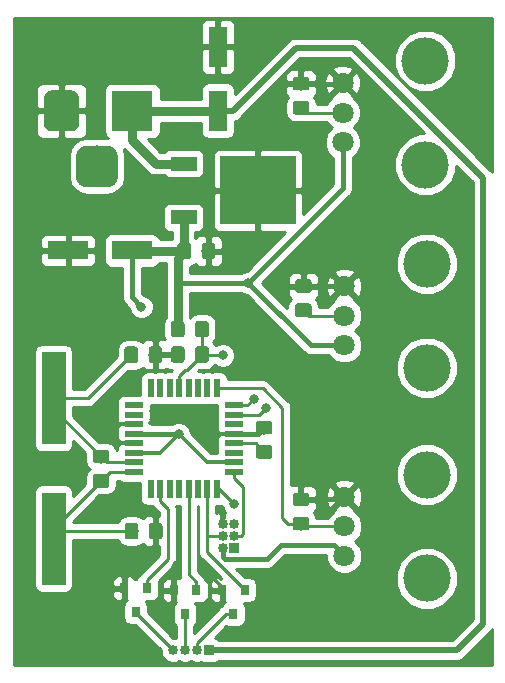
<source format=gbr>
G04 #@! TF.GenerationSoftware,KiCad,Pcbnew,5.0.2-bee76a0~70~ubuntu18.04.1*
G04 #@! TF.CreationDate,2018-12-03T19:26:52-05:00*
G04 #@! TF.ProjectId,LEDStuff,4c454453-7475-4666-962e-6b696361645f,rev?*
G04 #@! TF.SameCoordinates,Original*
G04 #@! TF.FileFunction,Copper,L1,Top*
G04 #@! TF.FilePolarity,Positive*
%FSLAX46Y46*%
G04 Gerber Fmt 4.6, Leading zero omitted, Abs format (unit mm)*
G04 Created by KiCad (PCBNEW 5.0.2-bee76a0~70~ubuntu18.04.1) date Mon 03 Dec 2018 07:26:52 PM EST*
%MOMM*%
%LPD*%
G01*
G04 APERTURE LIST*
G04 #@! TA.AperFunction,Conductor*
%ADD10C,0.100000*%
G04 #@! TD*
G04 #@! TA.AperFunction,SMDPad,CuDef*
%ADD11C,1.150000*%
G04 #@! TD*
G04 #@! TA.AperFunction,SMDPad,CuDef*
%ADD12R,1.600000X3.500000*%
G04 #@! TD*
G04 #@! TA.AperFunction,SMDPad,CuDef*
%ADD13R,3.500000X1.600000*%
G04 #@! TD*
G04 #@! TA.AperFunction,ComponentPad*
%ADD14R,3.500000X3.500000*%
G04 #@! TD*
G04 #@! TA.AperFunction,ComponentPad*
%ADD15C,3.000000*%
G04 #@! TD*
G04 #@! TA.AperFunction,ComponentPad*
%ADD16C,3.500000*%
G04 #@! TD*
G04 #@! TA.AperFunction,ComponentPad*
%ADD17R,0.850000X0.850000*%
G04 #@! TD*
G04 #@! TA.AperFunction,ComponentPad*
%ADD18O,0.850000X0.850000*%
G04 #@! TD*
G04 #@! TA.AperFunction,SMDPad,CuDef*
%ADD19R,0.800000X0.900000*%
G04 #@! TD*
G04 #@! TA.AperFunction,ComponentPad*
%ADD20C,1.800000*%
G04 #@! TD*
G04 #@! TA.AperFunction,WasherPad*
%ADD21C,4.000000*%
G04 #@! TD*
G04 #@! TA.AperFunction,SMDPad,CuDef*
%ADD22R,1.600000X0.550000*%
G04 #@! TD*
G04 #@! TA.AperFunction,SMDPad,CuDef*
%ADD23R,0.550000X1.600000*%
G04 #@! TD*
G04 #@! TA.AperFunction,SMDPad,CuDef*
%ADD24R,2.000000X7.875000*%
G04 #@! TD*
G04 #@! TA.AperFunction,SMDPad,CuDef*
%ADD25R,2.200000X1.200000*%
G04 #@! TD*
G04 #@! TA.AperFunction,SMDPad,CuDef*
%ADD26R,6.400000X5.800000*%
G04 #@! TD*
G04 #@! TA.AperFunction,ViaPad*
%ADD27C,0.800000*%
G04 #@! TD*
G04 #@! TA.AperFunction,Conductor*
%ADD28C,0.400000*%
G04 #@! TD*
G04 #@! TA.AperFunction,Conductor*
%ADD29C,0.300000*%
G04 #@! TD*
G04 #@! TA.AperFunction,Conductor*
%ADD30C,0.250000*%
G04 #@! TD*
G04 #@! TA.AperFunction,Conductor*
%ADD31C,0.750000*%
G04 #@! TD*
G04 #@! TA.AperFunction,Conductor*
%ADD32C,0.500000*%
G04 #@! TD*
G04 #@! TA.AperFunction,Conductor*
%ADD33C,0.254000*%
G04 #@! TD*
G04 APERTURE END LIST*
D10*
G04 #@! TO.N,GND*
G04 #@! TO.C,C1*
G36*
X153280905Y-101973404D02*
X153305173Y-101977004D01*
X153328972Y-101982965D01*
X153352071Y-101991230D01*
X153374250Y-102001720D01*
X153395293Y-102014332D01*
X153414999Y-102028947D01*
X153433177Y-102045423D01*
X153449653Y-102063601D01*
X153464268Y-102083307D01*
X153476880Y-102104350D01*
X153487370Y-102126529D01*
X153495635Y-102149628D01*
X153501596Y-102173427D01*
X153505196Y-102197695D01*
X153506400Y-102222199D01*
X153506400Y-102872201D01*
X153505196Y-102896705D01*
X153501596Y-102920973D01*
X153495635Y-102944772D01*
X153487370Y-102967871D01*
X153476880Y-102990050D01*
X153464268Y-103011093D01*
X153449653Y-103030799D01*
X153433177Y-103048977D01*
X153414999Y-103065453D01*
X153395293Y-103080068D01*
X153374250Y-103092680D01*
X153352071Y-103103170D01*
X153328972Y-103111435D01*
X153305173Y-103117396D01*
X153280905Y-103120996D01*
X153256401Y-103122200D01*
X152356399Y-103122200D01*
X152331895Y-103120996D01*
X152307627Y-103117396D01*
X152283828Y-103111435D01*
X152260729Y-103103170D01*
X152238550Y-103092680D01*
X152217507Y-103080068D01*
X152197801Y-103065453D01*
X152179623Y-103048977D01*
X152163147Y-103030799D01*
X152148532Y-103011093D01*
X152135920Y-102990050D01*
X152125430Y-102967871D01*
X152117165Y-102944772D01*
X152111204Y-102920973D01*
X152107604Y-102896705D01*
X152106400Y-102872201D01*
X152106400Y-102222199D01*
X152107604Y-102197695D01*
X152111204Y-102173427D01*
X152117165Y-102149628D01*
X152125430Y-102126529D01*
X152135920Y-102104350D01*
X152148532Y-102083307D01*
X152163147Y-102063601D01*
X152179623Y-102045423D01*
X152197801Y-102028947D01*
X152217507Y-102014332D01*
X152238550Y-102001720D01*
X152260729Y-101991230D01*
X152283828Y-101982965D01*
X152307627Y-101977004D01*
X152331895Y-101973404D01*
X152356399Y-101972200D01*
X153256401Y-101972200D01*
X153280905Y-101973404D01*
X153280905Y-101973404D01*
G37*
D11*
G04 #@! TD*
G04 #@! TO.P,C1,2*
G04 #@! TO.N,GND*
X152806400Y-102547200D03*
D10*
G04 #@! TO.N,Net-(C1-Pad1)*
G04 #@! TO.C,C1*
G36*
X153280905Y-104023404D02*
X153305173Y-104027004D01*
X153328972Y-104032965D01*
X153352071Y-104041230D01*
X153374250Y-104051720D01*
X153395293Y-104064332D01*
X153414999Y-104078947D01*
X153433177Y-104095423D01*
X153449653Y-104113601D01*
X153464268Y-104133307D01*
X153476880Y-104154350D01*
X153487370Y-104176529D01*
X153495635Y-104199628D01*
X153501596Y-104223427D01*
X153505196Y-104247695D01*
X153506400Y-104272199D01*
X153506400Y-104922201D01*
X153505196Y-104946705D01*
X153501596Y-104970973D01*
X153495635Y-104994772D01*
X153487370Y-105017871D01*
X153476880Y-105040050D01*
X153464268Y-105061093D01*
X153449653Y-105080799D01*
X153433177Y-105098977D01*
X153414999Y-105115453D01*
X153395293Y-105130068D01*
X153374250Y-105142680D01*
X153352071Y-105153170D01*
X153328972Y-105161435D01*
X153305173Y-105167396D01*
X153280905Y-105170996D01*
X153256401Y-105172200D01*
X152356399Y-105172200D01*
X152331895Y-105170996D01*
X152307627Y-105167396D01*
X152283828Y-105161435D01*
X152260729Y-105153170D01*
X152238550Y-105142680D01*
X152217507Y-105130068D01*
X152197801Y-105115453D01*
X152179623Y-105098977D01*
X152163147Y-105080799D01*
X152148532Y-105061093D01*
X152135920Y-105040050D01*
X152125430Y-105017871D01*
X152117165Y-104994772D01*
X152111204Y-104970973D01*
X152107604Y-104946705D01*
X152106400Y-104922201D01*
X152106400Y-104272199D01*
X152107604Y-104247695D01*
X152111204Y-104223427D01*
X152117165Y-104199628D01*
X152125430Y-104176529D01*
X152135920Y-104154350D01*
X152148532Y-104133307D01*
X152163147Y-104113601D01*
X152179623Y-104095423D01*
X152197801Y-104078947D01*
X152217507Y-104064332D01*
X152238550Y-104051720D01*
X152260729Y-104041230D01*
X152283828Y-104032965D01*
X152307627Y-104027004D01*
X152331895Y-104023404D01*
X152356399Y-104022200D01*
X153256401Y-104022200D01*
X153280905Y-104023404D01*
X153280905Y-104023404D01*
G37*
D11*
G04 #@! TD*
G04 #@! TO.P,C1,1*
G04 #@! TO.N,Net-(C1-Pad1)*
X152806400Y-104597200D03*
D12*
G04 #@! TO.P,C2,1*
G04 #@! TO.N,+12V*
X148890996Y-75712071D03*
G04 #@! TO.P,C2,2*
G04 #@! TO.N,GND*
X148890996Y-70312071D03*
G04 #@! TD*
D13*
G04 #@! TO.P,C3,2*
G04 #@! TO.N,GND*
X136199900Y-87541100D03*
G04 #@! TO.P,C3,1*
G04 #@! TO.N,+5V*
X141599900Y-87541100D03*
G04 #@! TD*
D10*
G04 #@! TO.N,+5V*
G04 #@! TO.C,C4*
G36*
X146386805Y-86893104D02*
X146411073Y-86896704D01*
X146434872Y-86902665D01*
X146457971Y-86910930D01*
X146480150Y-86921420D01*
X146501193Y-86934032D01*
X146520899Y-86948647D01*
X146539077Y-86965123D01*
X146555553Y-86983301D01*
X146570168Y-87003007D01*
X146582780Y-87024050D01*
X146593270Y-87046229D01*
X146601535Y-87069328D01*
X146607496Y-87093127D01*
X146611096Y-87117395D01*
X146612300Y-87141899D01*
X146612300Y-88041901D01*
X146611096Y-88066405D01*
X146607496Y-88090673D01*
X146601535Y-88114472D01*
X146593270Y-88137571D01*
X146582780Y-88159750D01*
X146570168Y-88180793D01*
X146555553Y-88200499D01*
X146539077Y-88218677D01*
X146520899Y-88235153D01*
X146501193Y-88249768D01*
X146480150Y-88262380D01*
X146457971Y-88272870D01*
X146434872Y-88281135D01*
X146411073Y-88287096D01*
X146386805Y-88290696D01*
X146362301Y-88291900D01*
X145712299Y-88291900D01*
X145687795Y-88290696D01*
X145663527Y-88287096D01*
X145639728Y-88281135D01*
X145616629Y-88272870D01*
X145594450Y-88262380D01*
X145573407Y-88249768D01*
X145553701Y-88235153D01*
X145535523Y-88218677D01*
X145519047Y-88200499D01*
X145504432Y-88180793D01*
X145491820Y-88159750D01*
X145481330Y-88137571D01*
X145473065Y-88114472D01*
X145467104Y-88090673D01*
X145463504Y-88066405D01*
X145462300Y-88041901D01*
X145462300Y-87141899D01*
X145463504Y-87117395D01*
X145467104Y-87093127D01*
X145473065Y-87069328D01*
X145481330Y-87046229D01*
X145491820Y-87024050D01*
X145504432Y-87003007D01*
X145519047Y-86983301D01*
X145535523Y-86965123D01*
X145553701Y-86948647D01*
X145573407Y-86934032D01*
X145594450Y-86921420D01*
X145616629Y-86910930D01*
X145639728Y-86902665D01*
X145663527Y-86896704D01*
X145687795Y-86893104D01*
X145712299Y-86891900D01*
X146362301Y-86891900D01*
X146386805Y-86893104D01*
X146386805Y-86893104D01*
G37*
D11*
G04 #@! TD*
G04 #@! TO.P,C4,1*
G04 #@! TO.N,+5V*
X146037300Y-87591900D03*
D10*
G04 #@! TO.N,GND*
G04 #@! TO.C,C4*
G36*
X148436805Y-86893104D02*
X148461073Y-86896704D01*
X148484872Y-86902665D01*
X148507971Y-86910930D01*
X148530150Y-86921420D01*
X148551193Y-86934032D01*
X148570899Y-86948647D01*
X148589077Y-86965123D01*
X148605553Y-86983301D01*
X148620168Y-87003007D01*
X148632780Y-87024050D01*
X148643270Y-87046229D01*
X148651535Y-87069328D01*
X148657496Y-87093127D01*
X148661096Y-87117395D01*
X148662300Y-87141899D01*
X148662300Y-88041901D01*
X148661096Y-88066405D01*
X148657496Y-88090673D01*
X148651535Y-88114472D01*
X148643270Y-88137571D01*
X148632780Y-88159750D01*
X148620168Y-88180793D01*
X148605553Y-88200499D01*
X148589077Y-88218677D01*
X148570899Y-88235153D01*
X148551193Y-88249768D01*
X148530150Y-88262380D01*
X148507971Y-88272870D01*
X148484872Y-88281135D01*
X148461073Y-88287096D01*
X148436805Y-88290696D01*
X148412301Y-88291900D01*
X147762299Y-88291900D01*
X147737795Y-88290696D01*
X147713527Y-88287096D01*
X147689728Y-88281135D01*
X147666629Y-88272870D01*
X147644450Y-88262380D01*
X147623407Y-88249768D01*
X147603701Y-88235153D01*
X147585523Y-88218677D01*
X147569047Y-88200499D01*
X147554432Y-88180793D01*
X147541820Y-88159750D01*
X147531330Y-88137571D01*
X147523065Y-88114472D01*
X147517104Y-88090673D01*
X147513504Y-88066405D01*
X147512300Y-88041901D01*
X147512300Y-87141899D01*
X147513504Y-87117395D01*
X147517104Y-87093127D01*
X147523065Y-87069328D01*
X147531330Y-87046229D01*
X147541820Y-87024050D01*
X147554432Y-87003007D01*
X147569047Y-86983301D01*
X147585523Y-86965123D01*
X147603701Y-86948647D01*
X147623407Y-86934032D01*
X147644450Y-86921420D01*
X147666629Y-86910930D01*
X147689728Y-86902665D01*
X147713527Y-86896704D01*
X147737795Y-86893104D01*
X147762299Y-86891900D01*
X148412301Y-86891900D01*
X148436805Y-86893104D01*
X148436805Y-86893104D01*
G37*
D11*
G04 #@! TD*
G04 #@! TO.P,C4,2*
G04 #@! TO.N,GND*
X148087300Y-87591900D03*
D10*
G04 #@! TO.N,GND*
G04 #@! TO.C,C5*
G36*
X145835405Y-95656104D02*
X145859673Y-95659704D01*
X145883472Y-95665665D01*
X145906571Y-95673930D01*
X145928750Y-95684420D01*
X145949793Y-95697032D01*
X145969499Y-95711647D01*
X145987677Y-95728123D01*
X146004153Y-95746301D01*
X146018768Y-95766007D01*
X146031380Y-95787050D01*
X146041870Y-95809229D01*
X146050135Y-95832328D01*
X146056096Y-95856127D01*
X146059696Y-95880395D01*
X146060900Y-95904899D01*
X146060900Y-96804901D01*
X146059696Y-96829405D01*
X146056096Y-96853673D01*
X146050135Y-96877472D01*
X146041870Y-96900571D01*
X146031380Y-96922750D01*
X146018768Y-96943793D01*
X146004153Y-96963499D01*
X145987677Y-96981677D01*
X145969499Y-96998153D01*
X145949793Y-97012768D01*
X145928750Y-97025380D01*
X145906571Y-97035870D01*
X145883472Y-97044135D01*
X145859673Y-97050096D01*
X145835405Y-97053696D01*
X145810901Y-97054900D01*
X145160899Y-97054900D01*
X145136395Y-97053696D01*
X145112127Y-97050096D01*
X145088328Y-97044135D01*
X145065229Y-97035870D01*
X145043050Y-97025380D01*
X145022007Y-97012768D01*
X145002301Y-96998153D01*
X144984123Y-96981677D01*
X144967647Y-96963499D01*
X144953032Y-96943793D01*
X144940420Y-96922750D01*
X144929930Y-96900571D01*
X144921665Y-96877472D01*
X144915704Y-96853673D01*
X144912104Y-96829405D01*
X144910900Y-96804901D01*
X144910900Y-95904899D01*
X144912104Y-95880395D01*
X144915704Y-95856127D01*
X144921665Y-95832328D01*
X144929930Y-95809229D01*
X144940420Y-95787050D01*
X144953032Y-95766007D01*
X144967647Y-95746301D01*
X144984123Y-95728123D01*
X145002301Y-95711647D01*
X145022007Y-95697032D01*
X145043050Y-95684420D01*
X145065229Y-95673930D01*
X145088328Y-95665665D01*
X145112127Y-95659704D01*
X145136395Y-95656104D01*
X145160899Y-95654900D01*
X145810901Y-95654900D01*
X145835405Y-95656104D01*
X145835405Y-95656104D01*
G37*
D11*
G04 #@! TD*
G04 #@! TO.P,C5,2*
G04 #@! TO.N,GND*
X145485900Y-96354900D03*
D10*
G04 #@! TO.N,/RESET*
G04 #@! TO.C,C5*
G36*
X147885405Y-95656104D02*
X147909673Y-95659704D01*
X147933472Y-95665665D01*
X147956571Y-95673930D01*
X147978750Y-95684420D01*
X147999793Y-95697032D01*
X148019499Y-95711647D01*
X148037677Y-95728123D01*
X148054153Y-95746301D01*
X148068768Y-95766007D01*
X148081380Y-95787050D01*
X148091870Y-95809229D01*
X148100135Y-95832328D01*
X148106096Y-95856127D01*
X148109696Y-95880395D01*
X148110900Y-95904899D01*
X148110900Y-96804901D01*
X148109696Y-96829405D01*
X148106096Y-96853673D01*
X148100135Y-96877472D01*
X148091870Y-96900571D01*
X148081380Y-96922750D01*
X148068768Y-96943793D01*
X148054153Y-96963499D01*
X148037677Y-96981677D01*
X148019499Y-96998153D01*
X147999793Y-97012768D01*
X147978750Y-97025380D01*
X147956571Y-97035870D01*
X147933472Y-97044135D01*
X147909673Y-97050096D01*
X147885405Y-97053696D01*
X147860901Y-97054900D01*
X147210899Y-97054900D01*
X147186395Y-97053696D01*
X147162127Y-97050096D01*
X147138328Y-97044135D01*
X147115229Y-97035870D01*
X147093050Y-97025380D01*
X147072007Y-97012768D01*
X147052301Y-96998153D01*
X147034123Y-96981677D01*
X147017647Y-96963499D01*
X147003032Y-96943793D01*
X146990420Y-96922750D01*
X146979930Y-96900571D01*
X146971665Y-96877472D01*
X146965704Y-96853673D01*
X146962104Y-96829405D01*
X146960900Y-96804901D01*
X146960900Y-95904899D01*
X146962104Y-95880395D01*
X146965704Y-95856127D01*
X146971665Y-95832328D01*
X146979930Y-95809229D01*
X146990420Y-95787050D01*
X147003032Y-95766007D01*
X147017647Y-95746301D01*
X147034123Y-95728123D01*
X147052301Y-95711647D01*
X147072007Y-95697032D01*
X147093050Y-95684420D01*
X147115229Y-95673930D01*
X147138328Y-95665665D01*
X147162127Y-95659704D01*
X147186395Y-95656104D01*
X147210899Y-95654900D01*
X147860901Y-95654900D01*
X147885405Y-95656104D01*
X147885405Y-95656104D01*
G37*
D11*
G04 #@! TD*
G04 #@! TO.P,C5,1*
G04 #@! TO.N,/RESET*
X147535900Y-96354900D03*
D10*
G04 #@! TO.N,Net-(C6-Pad1)*
G04 #@! TO.C,C6*
G36*
X141923805Y-110604004D02*
X141948073Y-110607604D01*
X141971872Y-110613565D01*
X141994971Y-110621830D01*
X142017150Y-110632320D01*
X142038193Y-110644932D01*
X142057899Y-110659547D01*
X142076077Y-110676023D01*
X142092553Y-110694201D01*
X142107168Y-110713907D01*
X142119780Y-110734950D01*
X142130270Y-110757129D01*
X142138535Y-110780228D01*
X142144496Y-110804027D01*
X142148096Y-110828295D01*
X142149300Y-110852799D01*
X142149300Y-111752801D01*
X142148096Y-111777305D01*
X142144496Y-111801573D01*
X142138535Y-111825372D01*
X142130270Y-111848471D01*
X142119780Y-111870650D01*
X142107168Y-111891693D01*
X142092553Y-111911399D01*
X142076077Y-111929577D01*
X142057899Y-111946053D01*
X142038193Y-111960668D01*
X142017150Y-111973280D01*
X141994971Y-111983770D01*
X141971872Y-111992035D01*
X141948073Y-111997996D01*
X141923805Y-112001596D01*
X141899301Y-112002800D01*
X141249299Y-112002800D01*
X141224795Y-112001596D01*
X141200527Y-111997996D01*
X141176728Y-111992035D01*
X141153629Y-111983770D01*
X141131450Y-111973280D01*
X141110407Y-111960668D01*
X141090701Y-111946053D01*
X141072523Y-111929577D01*
X141056047Y-111911399D01*
X141041432Y-111891693D01*
X141028820Y-111870650D01*
X141018330Y-111848471D01*
X141010065Y-111825372D01*
X141004104Y-111801573D01*
X141000504Y-111777305D01*
X140999300Y-111752801D01*
X140999300Y-110852799D01*
X141000504Y-110828295D01*
X141004104Y-110804027D01*
X141010065Y-110780228D01*
X141018330Y-110757129D01*
X141028820Y-110734950D01*
X141041432Y-110713907D01*
X141056047Y-110694201D01*
X141072523Y-110676023D01*
X141090701Y-110659547D01*
X141110407Y-110644932D01*
X141131450Y-110632320D01*
X141153629Y-110621830D01*
X141176728Y-110613565D01*
X141200527Y-110607604D01*
X141224795Y-110604004D01*
X141249299Y-110602800D01*
X141899301Y-110602800D01*
X141923805Y-110604004D01*
X141923805Y-110604004D01*
G37*
D11*
G04 #@! TD*
G04 #@! TO.P,C6,1*
G04 #@! TO.N,Net-(C6-Pad1)*
X141574300Y-111302800D03*
D10*
G04 #@! TO.N,GND*
G04 #@! TO.C,C6*
G36*
X143973805Y-110604004D02*
X143998073Y-110607604D01*
X144021872Y-110613565D01*
X144044971Y-110621830D01*
X144067150Y-110632320D01*
X144088193Y-110644932D01*
X144107899Y-110659547D01*
X144126077Y-110676023D01*
X144142553Y-110694201D01*
X144157168Y-110713907D01*
X144169780Y-110734950D01*
X144180270Y-110757129D01*
X144188535Y-110780228D01*
X144194496Y-110804027D01*
X144198096Y-110828295D01*
X144199300Y-110852799D01*
X144199300Y-111752801D01*
X144198096Y-111777305D01*
X144194496Y-111801573D01*
X144188535Y-111825372D01*
X144180270Y-111848471D01*
X144169780Y-111870650D01*
X144157168Y-111891693D01*
X144142553Y-111911399D01*
X144126077Y-111929577D01*
X144107899Y-111946053D01*
X144088193Y-111960668D01*
X144067150Y-111973280D01*
X144044971Y-111983770D01*
X144021872Y-111992035D01*
X143998073Y-111997996D01*
X143973805Y-112001596D01*
X143949301Y-112002800D01*
X143299299Y-112002800D01*
X143274795Y-112001596D01*
X143250527Y-111997996D01*
X143226728Y-111992035D01*
X143203629Y-111983770D01*
X143181450Y-111973280D01*
X143160407Y-111960668D01*
X143140701Y-111946053D01*
X143122523Y-111929577D01*
X143106047Y-111911399D01*
X143091432Y-111891693D01*
X143078820Y-111870650D01*
X143068330Y-111848471D01*
X143060065Y-111825372D01*
X143054104Y-111801573D01*
X143050504Y-111777305D01*
X143049300Y-111752801D01*
X143049300Y-110852799D01*
X143050504Y-110828295D01*
X143054104Y-110804027D01*
X143060065Y-110780228D01*
X143068330Y-110757129D01*
X143078820Y-110734950D01*
X143091432Y-110713907D01*
X143106047Y-110694201D01*
X143122523Y-110676023D01*
X143140701Y-110659547D01*
X143160407Y-110644932D01*
X143181450Y-110632320D01*
X143203629Y-110621830D01*
X143226728Y-110613565D01*
X143250527Y-110607604D01*
X143274795Y-110604004D01*
X143299299Y-110602800D01*
X143949301Y-110602800D01*
X143973805Y-110604004D01*
X143973805Y-110604004D01*
G37*
D11*
G04 #@! TD*
G04 #@! TO.P,C6,2*
G04 #@! TO.N,GND*
X143624300Y-111302800D03*
D10*
G04 #@! TO.N,GND*
G04 #@! TO.C,C7*
G36*
X143944705Y-95668804D02*
X143968973Y-95672404D01*
X143992772Y-95678365D01*
X144015871Y-95686630D01*
X144038050Y-95697120D01*
X144059093Y-95709732D01*
X144078799Y-95724347D01*
X144096977Y-95740823D01*
X144113453Y-95759001D01*
X144128068Y-95778707D01*
X144140680Y-95799750D01*
X144151170Y-95821929D01*
X144159435Y-95845028D01*
X144165396Y-95868827D01*
X144168996Y-95893095D01*
X144170200Y-95917599D01*
X144170200Y-96817601D01*
X144168996Y-96842105D01*
X144165396Y-96866373D01*
X144159435Y-96890172D01*
X144151170Y-96913271D01*
X144140680Y-96935450D01*
X144128068Y-96956493D01*
X144113453Y-96976199D01*
X144096977Y-96994377D01*
X144078799Y-97010853D01*
X144059093Y-97025468D01*
X144038050Y-97038080D01*
X144015871Y-97048570D01*
X143992772Y-97056835D01*
X143968973Y-97062796D01*
X143944705Y-97066396D01*
X143920201Y-97067600D01*
X143270199Y-97067600D01*
X143245695Y-97066396D01*
X143221427Y-97062796D01*
X143197628Y-97056835D01*
X143174529Y-97048570D01*
X143152350Y-97038080D01*
X143131307Y-97025468D01*
X143111601Y-97010853D01*
X143093423Y-96994377D01*
X143076947Y-96976199D01*
X143062332Y-96956493D01*
X143049720Y-96935450D01*
X143039230Y-96913271D01*
X143030965Y-96890172D01*
X143025004Y-96866373D01*
X143021404Y-96842105D01*
X143020200Y-96817601D01*
X143020200Y-95917599D01*
X143021404Y-95893095D01*
X143025004Y-95868827D01*
X143030965Y-95845028D01*
X143039230Y-95821929D01*
X143049720Y-95799750D01*
X143062332Y-95778707D01*
X143076947Y-95759001D01*
X143093423Y-95740823D01*
X143111601Y-95724347D01*
X143131307Y-95709732D01*
X143152350Y-95697120D01*
X143174529Y-95686630D01*
X143197628Y-95678365D01*
X143221427Y-95672404D01*
X143245695Y-95668804D01*
X143270199Y-95667600D01*
X143920201Y-95667600D01*
X143944705Y-95668804D01*
X143944705Y-95668804D01*
G37*
D11*
G04 #@! TD*
G04 #@! TO.P,C7,2*
G04 #@! TO.N,GND*
X143595200Y-96367600D03*
D10*
G04 #@! TO.N,Net-(C7-Pad1)*
G04 #@! TO.C,C7*
G36*
X141894705Y-95668804D02*
X141918973Y-95672404D01*
X141942772Y-95678365D01*
X141965871Y-95686630D01*
X141988050Y-95697120D01*
X142009093Y-95709732D01*
X142028799Y-95724347D01*
X142046977Y-95740823D01*
X142063453Y-95759001D01*
X142078068Y-95778707D01*
X142090680Y-95799750D01*
X142101170Y-95821929D01*
X142109435Y-95845028D01*
X142115396Y-95868827D01*
X142118996Y-95893095D01*
X142120200Y-95917599D01*
X142120200Y-96817601D01*
X142118996Y-96842105D01*
X142115396Y-96866373D01*
X142109435Y-96890172D01*
X142101170Y-96913271D01*
X142090680Y-96935450D01*
X142078068Y-96956493D01*
X142063453Y-96976199D01*
X142046977Y-96994377D01*
X142028799Y-97010853D01*
X142009093Y-97025468D01*
X141988050Y-97038080D01*
X141965871Y-97048570D01*
X141942772Y-97056835D01*
X141918973Y-97062796D01*
X141894705Y-97066396D01*
X141870201Y-97067600D01*
X141220199Y-97067600D01*
X141195695Y-97066396D01*
X141171427Y-97062796D01*
X141147628Y-97056835D01*
X141124529Y-97048570D01*
X141102350Y-97038080D01*
X141081307Y-97025468D01*
X141061601Y-97010853D01*
X141043423Y-96994377D01*
X141026947Y-96976199D01*
X141012332Y-96956493D01*
X140999720Y-96935450D01*
X140989230Y-96913271D01*
X140980965Y-96890172D01*
X140975004Y-96866373D01*
X140971404Y-96842105D01*
X140970200Y-96817601D01*
X140970200Y-95917599D01*
X140971404Y-95893095D01*
X140975004Y-95868827D01*
X140980965Y-95845028D01*
X140989230Y-95821929D01*
X140999720Y-95799750D01*
X141012332Y-95778707D01*
X141026947Y-95759001D01*
X141043423Y-95740823D01*
X141061601Y-95724347D01*
X141081307Y-95709732D01*
X141102350Y-95697120D01*
X141124529Y-95686630D01*
X141147628Y-95678365D01*
X141171427Y-95672404D01*
X141195695Y-95668804D01*
X141220199Y-95667600D01*
X141870201Y-95667600D01*
X141894705Y-95668804D01*
X141894705Y-95668804D01*
G37*
D11*
G04 #@! TD*
G04 #@! TO.P,C7,1*
G04 #@! TO.N,Net-(C7-Pad1)*
X141545200Y-96367600D03*
D10*
G04 #@! TO.N,GND*
G04 #@! TO.C,C8*
G36*
X156392405Y-72844904D02*
X156416673Y-72848504D01*
X156440472Y-72854465D01*
X156463571Y-72862730D01*
X156485750Y-72873220D01*
X156506793Y-72885832D01*
X156526499Y-72900447D01*
X156544677Y-72916923D01*
X156561153Y-72935101D01*
X156575768Y-72954807D01*
X156588380Y-72975850D01*
X156598870Y-72998029D01*
X156607135Y-73021128D01*
X156613096Y-73044927D01*
X156616696Y-73069195D01*
X156617900Y-73093699D01*
X156617900Y-73743701D01*
X156616696Y-73768205D01*
X156613096Y-73792473D01*
X156607135Y-73816272D01*
X156598870Y-73839371D01*
X156588380Y-73861550D01*
X156575768Y-73882593D01*
X156561153Y-73902299D01*
X156544677Y-73920477D01*
X156526499Y-73936953D01*
X156506793Y-73951568D01*
X156485750Y-73964180D01*
X156463571Y-73974670D01*
X156440472Y-73982935D01*
X156416673Y-73988896D01*
X156392405Y-73992496D01*
X156367901Y-73993700D01*
X155467899Y-73993700D01*
X155443395Y-73992496D01*
X155419127Y-73988896D01*
X155395328Y-73982935D01*
X155372229Y-73974670D01*
X155350050Y-73964180D01*
X155329007Y-73951568D01*
X155309301Y-73936953D01*
X155291123Y-73920477D01*
X155274647Y-73902299D01*
X155260032Y-73882593D01*
X155247420Y-73861550D01*
X155236930Y-73839371D01*
X155228665Y-73816272D01*
X155222704Y-73792473D01*
X155219104Y-73768205D01*
X155217900Y-73743701D01*
X155217900Y-73093699D01*
X155219104Y-73069195D01*
X155222704Y-73044927D01*
X155228665Y-73021128D01*
X155236930Y-72998029D01*
X155247420Y-72975850D01*
X155260032Y-72954807D01*
X155274647Y-72935101D01*
X155291123Y-72916923D01*
X155309301Y-72900447D01*
X155329007Y-72885832D01*
X155350050Y-72873220D01*
X155372229Y-72862730D01*
X155395328Y-72854465D01*
X155419127Y-72848504D01*
X155443395Y-72844904D01*
X155467899Y-72843700D01*
X156367901Y-72843700D01*
X156392405Y-72844904D01*
X156392405Y-72844904D01*
G37*
D11*
G04 #@! TD*
G04 #@! TO.P,C8,2*
G04 #@! TO.N,GND*
X155917900Y-73418700D03*
D10*
G04 #@! TO.N,/RED_POT*
G04 #@! TO.C,C8*
G36*
X156392405Y-74894904D02*
X156416673Y-74898504D01*
X156440472Y-74904465D01*
X156463571Y-74912730D01*
X156485750Y-74923220D01*
X156506793Y-74935832D01*
X156526499Y-74950447D01*
X156544677Y-74966923D01*
X156561153Y-74985101D01*
X156575768Y-75004807D01*
X156588380Y-75025850D01*
X156598870Y-75048029D01*
X156607135Y-75071128D01*
X156613096Y-75094927D01*
X156616696Y-75119195D01*
X156617900Y-75143699D01*
X156617900Y-75793701D01*
X156616696Y-75818205D01*
X156613096Y-75842473D01*
X156607135Y-75866272D01*
X156598870Y-75889371D01*
X156588380Y-75911550D01*
X156575768Y-75932593D01*
X156561153Y-75952299D01*
X156544677Y-75970477D01*
X156526499Y-75986953D01*
X156506793Y-76001568D01*
X156485750Y-76014180D01*
X156463571Y-76024670D01*
X156440472Y-76032935D01*
X156416673Y-76038896D01*
X156392405Y-76042496D01*
X156367901Y-76043700D01*
X155467899Y-76043700D01*
X155443395Y-76042496D01*
X155419127Y-76038896D01*
X155395328Y-76032935D01*
X155372229Y-76024670D01*
X155350050Y-76014180D01*
X155329007Y-76001568D01*
X155309301Y-75986953D01*
X155291123Y-75970477D01*
X155274647Y-75952299D01*
X155260032Y-75932593D01*
X155247420Y-75911550D01*
X155236930Y-75889371D01*
X155228665Y-75866272D01*
X155222704Y-75842473D01*
X155219104Y-75818205D01*
X155217900Y-75793701D01*
X155217900Y-75143699D01*
X155219104Y-75119195D01*
X155222704Y-75094927D01*
X155228665Y-75071128D01*
X155236930Y-75048029D01*
X155247420Y-75025850D01*
X155260032Y-75004807D01*
X155274647Y-74985101D01*
X155291123Y-74966923D01*
X155309301Y-74950447D01*
X155329007Y-74935832D01*
X155350050Y-74923220D01*
X155372229Y-74912730D01*
X155395328Y-74904465D01*
X155419127Y-74898504D01*
X155443395Y-74894904D01*
X155467899Y-74893700D01*
X156367901Y-74893700D01*
X156392405Y-74894904D01*
X156392405Y-74894904D01*
G37*
D11*
G04 #@! TD*
G04 #@! TO.P,C8,1*
G04 #@! TO.N,/RED_POT*
X155917900Y-75468700D03*
D10*
G04 #@! TO.N,/GREEN_POT*
G04 #@! TO.C,C9*
G36*
X156595605Y-92027204D02*
X156619873Y-92030804D01*
X156643672Y-92036765D01*
X156666771Y-92045030D01*
X156688950Y-92055520D01*
X156709993Y-92068132D01*
X156729699Y-92082747D01*
X156747877Y-92099223D01*
X156764353Y-92117401D01*
X156778968Y-92137107D01*
X156791580Y-92158150D01*
X156802070Y-92180329D01*
X156810335Y-92203428D01*
X156816296Y-92227227D01*
X156819896Y-92251495D01*
X156821100Y-92275999D01*
X156821100Y-92926001D01*
X156819896Y-92950505D01*
X156816296Y-92974773D01*
X156810335Y-92998572D01*
X156802070Y-93021671D01*
X156791580Y-93043850D01*
X156778968Y-93064893D01*
X156764353Y-93084599D01*
X156747877Y-93102777D01*
X156729699Y-93119253D01*
X156709993Y-93133868D01*
X156688950Y-93146480D01*
X156666771Y-93156970D01*
X156643672Y-93165235D01*
X156619873Y-93171196D01*
X156595605Y-93174796D01*
X156571101Y-93176000D01*
X155671099Y-93176000D01*
X155646595Y-93174796D01*
X155622327Y-93171196D01*
X155598528Y-93165235D01*
X155575429Y-93156970D01*
X155553250Y-93146480D01*
X155532207Y-93133868D01*
X155512501Y-93119253D01*
X155494323Y-93102777D01*
X155477847Y-93084599D01*
X155463232Y-93064893D01*
X155450620Y-93043850D01*
X155440130Y-93021671D01*
X155431865Y-92998572D01*
X155425904Y-92974773D01*
X155422304Y-92950505D01*
X155421100Y-92926001D01*
X155421100Y-92275999D01*
X155422304Y-92251495D01*
X155425904Y-92227227D01*
X155431865Y-92203428D01*
X155440130Y-92180329D01*
X155450620Y-92158150D01*
X155463232Y-92137107D01*
X155477847Y-92117401D01*
X155494323Y-92099223D01*
X155512501Y-92082747D01*
X155532207Y-92068132D01*
X155553250Y-92055520D01*
X155575429Y-92045030D01*
X155598528Y-92036765D01*
X155622327Y-92030804D01*
X155646595Y-92027204D01*
X155671099Y-92026000D01*
X156571101Y-92026000D01*
X156595605Y-92027204D01*
X156595605Y-92027204D01*
G37*
D11*
G04 #@! TD*
G04 #@! TO.P,C9,1*
G04 #@! TO.N,/GREEN_POT*
X156121100Y-92601000D03*
D10*
G04 #@! TO.N,GND*
G04 #@! TO.C,C9*
G36*
X156595605Y-89977204D02*
X156619873Y-89980804D01*
X156643672Y-89986765D01*
X156666771Y-89995030D01*
X156688950Y-90005520D01*
X156709993Y-90018132D01*
X156729699Y-90032747D01*
X156747877Y-90049223D01*
X156764353Y-90067401D01*
X156778968Y-90087107D01*
X156791580Y-90108150D01*
X156802070Y-90130329D01*
X156810335Y-90153428D01*
X156816296Y-90177227D01*
X156819896Y-90201495D01*
X156821100Y-90225999D01*
X156821100Y-90876001D01*
X156819896Y-90900505D01*
X156816296Y-90924773D01*
X156810335Y-90948572D01*
X156802070Y-90971671D01*
X156791580Y-90993850D01*
X156778968Y-91014893D01*
X156764353Y-91034599D01*
X156747877Y-91052777D01*
X156729699Y-91069253D01*
X156709993Y-91083868D01*
X156688950Y-91096480D01*
X156666771Y-91106970D01*
X156643672Y-91115235D01*
X156619873Y-91121196D01*
X156595605Y-91124796D01*
X156571101Y-91126000D01*
X155671099Y-91126000D01*
X155646595Y-91124796D01*
X155622327Y-91121196D01*
X155598528Y-91115235D01*
X155575429Y-91106970D01*
X155553250Y-91096480D01*
X155532207Y-91083868D01*
X155512501Y-91069253D01*
X155494323Y-91052777D01*
X155477847Y-91034599D01*
X155463232Y-91014893D01*
X155450620Y-90993850D01*
X155440130Y-90971671D01*
X155431865Y-90948572D01*
X155425904Y-90924773D01*
X155422304Y-90900505D01*
X155421100Y-90876001D01*
X155421100Y-90225999D01*
X155422304Y-90201495D01*
X155425904Y-90177227D01*
X155431865Y-90153428D01*
X155440130Y-90130329D01*
X155450620Y-90108150D01*
X155463232Y-90087107D01*
X155477847Y-90067401D01*
X155494323Y-90049223D01*
X155512501Y-90032747D01*
X155532207Y-90018132D01*
X155553250Y-90005520D01*
X155575429Y-89995030D01*
X155598528Y-89986765D01*
X155622327Y-89980804D01*
X155646595Y-89977204D01*
X155671099Y-89976000D01*
X156571101Y-89976000D01*
X156595605Y-89977204D01*
X156595605Y-89977204D01*
G37*
D11*
G04 #@! TD*
G04 #@! TO.P,C9,2*
G04 #@! TO.N,GND*
X156121100Y-90551000D03*
D10*
G04 #@! TO.N,/BLUE_POT*
G04 #@! TO.C,C10*
G36*
X156392405Y-110094004D02*
X156416673Y-110097604D01*
X156440472Y-110103565D01*
X156463571Y-110111830D01*
X156485750Y-110122320D01*
X156506793Y-110134932D01*
X156526499Y-110149547D01*
X156544677Y-110166023D01*
X156561153Y-110184201D01*
X156575768Y-110203907D01*
X156588380Y-110224950D01*
X156598870Y-110247129D01*
X156607135Y-110270228D01*
X156613096Y-110294027D01*
X156616696Y-110318295D01*
X156617900Y-110342799D01*
X156617900Y-110992801D01*
X156616696Y-111017305D01*
X156613096Y-111041573D01*
X156607135Y-111065372D01*
X156598870Y-111088471D01*
X156588380Y-111110650D01*
X156575768Y-111131693D01*
X156561153Y-111151399D01*
X156544677Y-111169577D01*
X156526499Y-111186053D01*
X156506793Y-111200668D01*
X156485750Y-111213280D01*
X156463571Y-111223770D01*
X156440472Y-111232035D01*
X156416673Y-111237996D01*
X156392405Y-111241596D01*
X156367901Y-111242800D01*
X155467899Y-111242800D01*
X155443395Y-111241596D01*
X155419127Y-111237996D01*
X155395328Y-111232035D01*
X155372229Y-111223770D01*
X155350050Y-111213280D01*
X155329007Y-111200668D01*
X155309301Y-111186053D01*
X155291123Y-111169577D01*
X155274647Y-111151399D01*
X155260032Y-111131693D01*
X155247420Y-111110650D01*
X155236930Y-111088471D01*
X155228665Y-111065372D01*
X155222704Y-111041573D01*
X155219104Y-111017305D01*
X155217900Y-110992801D01*
X155217900Y-110342799D01*
X155219104Y-110318295D01*
X155222704Y-110294027D01*
X155228665Y-110270228D01*
X155236930Y-110247129D01*
X155247420Y-110224950D01*
X155260032Y-110203907D01*
X155274647Y-110184201D01*
X155291123Y-110166023D01*
X155309301Y-110149547D01*
X155329007Y-110134932D01*
X155350050Y-110122320D01*
X155372229Y-110111830D01*
X155395328Y-110103565D01*
X155419127Y-110097604D01*
X155443395Y-110094004D01*
X155467899Y-110092800D01*
X156367901Y-110092800D01*
X156392405Y-110094004D01*
X156392405Y-110094004D01*
G37*
D11*
G04 #@! TD*
G04 #@! TO.P,C10,1*
G04 #@! TO.N,/BLUE_POT*
X155917900Y-110667800D03*
D10*
G04 #@! TO.N,GND*
G04 #@! TO.C,C10*
G36*
X156392405Y-108044004D02*
X156416673Y-108047604D01*
X156440472Y-108053565D01*
X156463571Y-108061830D01*
X156485750Y-108072320D01*
X156506793Y-108084932D01*
X156526499Y-108099547D01*
X156544677Y-108116023D01*
X156561153Y-108134201D01*
X156575768Y-108153907D01*
X156588380Y-108174950D01*
X156598870Y-108197129D01*
X156607135Y-108220228D01*
X156613096Y-108244027D01*
X156616696Y-108268295D01*
X156617900Y-108292799D01*
X156617900Y-108942801D01*
X156616696Y-108967305D01*
X156613096Y-108991573D01*
X156607135Y-109015372D01*
X156598870Y-109038471D01*
X156588380Y-109060650D01*
X156575768Y-109081693D01*
X156561153Y-109101399D01*
X156544677Y-109119577D01*
X156526499Y-109136053D01*
X156506793Y-109150668D01*
X156485750Y-109163280D01*
X156463571Y-109173770D01*
X156440472Y-109182035D01*
X156416673Y-109187996D01*
X156392405Y-109191596D01*
X156367901Y-109192800D01*
X155467899Y-109192800D01*
X155443395Y-109191596D01*
X155419127Y-109187996D01*
X155395328Y-109182035D01*
X155372229Y-109173770D01*
X155350050Y-109163280D01*
X155329007Y-109150668D01*
X155309301Y-109136053D01*
X155291123Y-109119577D01*
X155274647Y-109101399D01*
X155260032Y-109081693D01*
X155247420Y-109060650D01*
X155236930Y-109038471D01*
X155228665Y-109015372D01*
X155222704Y-108991573D01*
X155219104Y-108967305D01*
X155217900Y-108942801D01*
X155217900Y-108292799D01*
X155219104Y-108268295D01*
X155222704Y-108244027D01*
X155228665Y-108220228D01*
X155236930Y-108197129D01*
X155247420Y-108174950D01*
X155260032Y-108153907D01*
X155274647Y-108134201D01*
X155291123Y-108116023D01*
X155309301Y-108099547D01*
X155329007Y-108084932D01*
X155350050Y-108072320D01*
X155372229Y-108061830D01*
X155395328Y-108053565D01*
X155419127Y-108047604D01*
X155443395Y-108044004D01*
X155467899Y-108042800D01*
X156367901Y-108042800D01*
X156392405Y-108044004D01*
X156392405Y-108044004D01*
G37*
D11*
G04 #@! TD*
G04 #@! TO.P,C10,2*
G04 #@! TO.N,GND*
X155917900Y-108617800D03*
D14*
G04 #@! TO.P,J1,1*
G04 #@! TO.N,+12V*
X141643100Y-75717400D03*
D10*
G04 #@! TD*
G04 #@! TO.N,GND*
G04 #@! TO.C,J1*
G36*
X136466613Y-73971011D02*
X136539418Y-73981811D01*
X136610814Y-73999695D01*
X136680113Y-74024490D01*
X136746648Y-74055959D01*
X136809778Y-74093798D01*
X136868895Y-74137642D01*
X136923430Y-74187070D01*
X136972858Y-74241605D01*
X137016702Y-74300722D01*
X137054541Y-74363852D01*
X137086010Y-74430387D01*
X137110805Y-74499686D01*
X137128689Y-74571082D01*
X137139489Y-74643887D01*
X137143100Y-74717400D01*
X137143100Y-76717400D01*
X137139489Y-76790913D01*
X137128689Y-76863718D01*
X137110805Y-76935114D01*
X137086010Y-77004413D01*
X137054541Y-77070948D01*
X137016702Y-77134078D01*
X136972858Y-77193195D01*
X136923430Y-77247730D01*
X136868895Y-77297158D01*
X136809778Y-77341002D01*
X136746648Y-77378841D01*
X136680113Y-77410310D01*
X136610814Y-77435105D01*
X136539418Y-77452989D01*
X136466613Y-77463789D01*
X136393100Y-77467400D01*
X134893100Y-77467400D01*
X134819587Y-77463789D01*
X134746782Y-77452989D01*
X134675386Y-77435105D01*
X134606087Y-77410310D01*
X134539552Y-77378841D01*
X134476422Y-77341002D01*
X134417305Y-77297158D01*
X134362770Y-77247730D01*
X134313342Y-77193195D01*
X134269498Y-77134078D01*
X134231659Y-77070948D01*
X134200190Y-77004413D01*
X134175395Y-76935114D01*
X134157511Y-76863718D01*
X134146711Y-76790913D01*
X134143100Y-76717400D01*
X134143100Y-74717400D01*
X134146711Y-74643887D01*
X134157511Y-74571082D01*
X134175395Y-74499686D01*
X134200190Y-74430387D01*
X134231659Y-74363852D01*
X134269498Y-74300722D01*
X134313342Y-74241605D01*
X134362770Y-74187070D01*
X134417305Y-74137642D01*
X134476422Y-74093798D01*
X134539552Y-74055959D01*
X134606087Y-74024490D01*
X134675386Y-73999695D01*
X134746782Y-73981811D01*
X134819587Y-73971011D01*
X134893100Y-73967400D01*
X136393100Y-73967400D01*
X136466613Y-73971011D01*
X136466613Y-73971011D01*
G37*
D15*
G04 #@! TO.P,J1,2*
G04 #@! TO.N,GND*
X135643100Y-75717400D03*
D10*
G04 #@! TD*
G04 #@! TO.N,Net-(J1-Pad3)*
G04 #@! TO.C,J1*
G36*
X139603865Y-78671613D02*
X139688804Y-78684213D01*
X139772099Y-78705077D01*
X139852948Y-78734005D01*
X139930572Y-78770719D01*
X140004224Y-78814864D01*
X140073194Y-78866016D01*
X140136818Y-78923682D01*
X140194484Y-78987306D01*
X140245636Y-79056276D01*
X140289781Y-79129928D01*
X140326495Y-79207552D01*
X140355423Y-79288401D01*
X140376287Y-79371696D01*
X140388887Y-79456635D01*
X140393100Y-79542400D01*
X140393100Y-81292400D01*
X140388887Y-81378165D01*
X140376287Y-81463104D01*
X140355423Y-81546399D01*
X140326495Y-81627248D01*
X140289781Y-81704872D01*
X140245636Y-81778524D01*
X140194484Y-81847494D01*
X140136818Y-81911118D01*
X140073194Y-81968784D01*
X140004224Y-82019936D01*
X139930572Y-82064081D01*
X139852948Y-82100795D01*
X139772099Y-82129723D01*
X139688804Y-82150587D01*
X139603865Y-82163187D01*
X139518100Y-82167400D01*
X137768100Y-82167400D01*
X137682335Y-82163187D01*
X137597396Y-82150587D01*
X137514101Y-82129723D01*
X137433252Y-82100795D01*
X137355628Y-82064081D01*
X137281976Y-82019936D01*
X137213006Y-81968784D01*
X137149382Y-81911118D01*
X137091716Y-81847494D01*
X137040564Y-81778524D01*
X136996419Y-81704872D01*
X136959705Y-81627248D01*
X136930777Y-81546399D01*
X136909913Y-81463104D01*
X136897313Y-81378165D01*
X136893100Y-81292400D01*
X136893100Y-79542400D01*
X136897313Y-79456635D01*
X136909913Y-79371696D01*
X136930777Y-79288401D01*
X136959705Y-79207552D01*
X136996419Y-79129928D01*
X137040564Y-79056276D01*
X137091716Y-78987306D01*
X137149382Y-78923682D01*
X137213006Y-78866016D01*
X137281976Y-78814864D01*
X137355628Y-78770719D01*
X137433252Y-78734005D01*
X137514101Y-78705077D01*
X137597396Y-78684213D01*
X137682335Y-78671613D01*
X137768100Y-78667400D01*
X139518100Y-78667400D01*
X139603865Y-78671613D01*
X139603865Y-78671613D01*
G37*
D16*
G04 #@! TO.P,J1,3*
G04 #@! TO.N,Net-(J1-Pad3)*
X138643100Y-80417400D03*
G04 #@! TD*
D17*
G04 #@! TO.P,J2,1*
G04 #@! TO.N,/MISO*
X150279100Y-112712500D03*
D18*
G04 #@! TO.P,J2,2*
G04 #@! TO.N,+5V*
X149279100Y-112712500D03*
G04 #@! TO.P,J2,3*
G04 #@! TO.N,/SCK*
X150279100Y-111712500D03*
G04 #@! TO.P,J2,4*
G04 #@! TO.N,/GREEN_PWM_OUT*
X149279100Y-111712500D03*
G04 #@! TO.P,J2,5*
G04 #@! TO.N,/RESET*
X150279100Y-110712500D03*
G04 #@! TO.P,J2,6*
G04 #@! TO.N,GND*
X149279100Y-110712500D03*
G04 #@! TD*
D17*
G04 #@! TO.P,J3,1*
G04 #@! TO.N,+12V*
X148107400Y-121373900D03*
D18*
G04 #@! TO.P,J3,2*
G04 #@! TO.N,/GREEN_LED_OUT*
X147107400Y-121373900D03*
G04 #@! TO.P,J3,3*
G04 #@! TO.N,/RED_LED_OUT*
X146107400Y-121373900D03*
G04 #@! TO.P,J3,4*
G04 #@! TO.N,/BLUE_LED_OUT*
X145107400Y-121373900D03*
G04 #@! TD*
D19*
G04 #@! TO.P,Q1,1*
G04 #@! TO.N,/RED_PWM_OUT*
X147050800Y-116322600D03*
G04 #@! TO.P,Q1,2*
G04 #@! TO.N,GND*
X145150800Y-116322600D03*
G04 #@! TO.P,Q1,3*
G04 #@! TO.N,/RED_LED_OUT*
X146100800Y-118322600D03*
G04 #@! TD*
G04 #@! TO.P,Q2,3*
G04 #@! TO.N,/GREEN_LED_OUT*
X150202900Y-118297200D03*
G04 #@! TO.P,Q2,2*
G04 #@! TO.N,GND*
X149252900Y-116297200D03*
G04 #@! TO.P,Q2,1*
G04 #@! TO.N,/GREEN_PWM_OUT*
X151152900Y-116297200D03*
G04 #@! TD*
G04 #@! TO.P,Q3,1*
G04 #@! TO.N,/BLUE_PWM_OUT*
X142859800Y-116144800D03*
G04 #@! TO.P,Q3,2*
G04 #@! TO.N,GND*
X140959800Y-116144800D03*
G04 #@! TO.P,Q3,3*
G04 #@! TO.N,/BLUE_LED_OUT*
X141909800Y-118144800D03*
G04 #@! TD*
D10*
G04 #@! TO.N,+5V*
G04 #@! TO.C,R1*
G36*
X145835405Y-93509804D02*
X145859673Y-93513404D01*
X145883472Y-93519365D01*
X145906571Y-93527630D01*
X145928750Y-93538120D01*
X145949793Y-93550732D01*
X145969499Y-93565347D01*
X145987677Y-93581823D01*
X146004153Y-93600001D01*
X146018768Y-93619707D01*
X146031380Y-93640750D01*
X146041870Y-93662929D01*
X146050135Y-93686028D01*
X146056096Y-93709827D01*
X146059696Y-93734095D01*
X146060900Y-93758599D01*
X146060900Y-94658601D01*
X146059696Y-94683105D01*
X146056096Y-94707373D01*
X146050135Y-94731172D01*
X146041870Y-94754271D01*
X146031380Y-94776450D01*
X146018768Y-94797493D01*
X146004153Y-94817199D01*
X145987677Y-94835377D01*
X145969499Y-94851853D01*
X145949793Y-94866468D01*
X145928750Y-94879080D01*
X145906571Y-94889570D01*
X145883472Y-94897835D01*
X145859673Y-94903796D01*
X145835405Y-94907396D01*
X145810901Y-94908600D01*
X145160899Y-94908600D01*
X145136395Y-94907396D01*
X145112127Y-94903796D01*
X145088328Y-94897835D01*
X145065229Y-94889570D01*
X145043050Y-94879080D01*
X145022007Y-94866468D01*
X145002301Y-94851853D01*
X144984123Y-94835377D01*
X144967647Y-94817199D01*
X144953032Y-94797493D01*
X144940420Y-94776450D01*
X144929930Y-94754271D01*
X144921665Y-94731172D01*
X144915704Y-94707373D01*
X144912104Y-94683105D01*
X144910900Y-94658601D01*
X144910900Y-93758599D01*
X144912104Y-93734095D01*
X144915704Y-93709827D01*
X144921665Y-93686028D01*
X144929930Y-93662929D01*
X144940420Y-93640750D01*
X144953032Y-93619707D01*
X144967647Y-93600001D01*
X144984123Y-93581823D01*
X145002301Y-93565347D01*
X145022007Y-93550732D01*
X145043050Y-93538120D01*
X145065229Y-93527630D01*
X145088328Y-93519365D01*
X145112127Y-93513404D01*
X145136395Y-93509804D01*
X145160899Y-93508600D01*
X145810901Y-93508600D01*
X145835405Y-93509804D01*
X145835405Y-93509804D01*
G37*
D11*
G04 #@! TD*
G04 #@! TO.P,R1,1*
G04 #@! TO.N,+5V*
X145485900Y-94208600D03*
D10*
G04 #@! TO.N,/RESET*
G04 #@! TO.C,R1*
G36*
X147885405Y-93509804D02*
X147909673Y-93513404D01*
X147933472Y-93519365D01*
X147956571Y-93527630D01*
X147978750Y-93538120D01*
X147999793Y-93550732D01*
X148019499Y-93565347D01*
X148037677Y-93581823D01*
X148054153Y-93600001D01*
X148068768Y-93619707D01*
X148081380Y-93640750D01*
X148091870Y-93662929D01*
X148100135Y-93686028D01*
X148106096Y-93709827D01*
X148109696Y-93734095D01*
X148110900Y-93758599D01*
X148110900Y-94658601D01*
X148109696Y-94683105D01*
X148106096Y-94707373D01*
X148100135Y-94731172D01*
X148091870Y-94754271D01*
X148081380Y-94776450D01*
X148068768Y-94797493D01*
X148054153Y-94817199D01*
X148037677Y-94835377D01*
X148019499Y-94851853D01*
X147999793Y-94866468D01*
X147978750Y-94879080D01*
X147956571Y-94889570D01*
X147933472Y-94897835D01*
X147909673Y-94903796D01*
X147885405Y-94907396D01*
X147860901Y-94908600D01*
X147210899Y-94908600D01*
X147186395Y-94907396D01*
X147162127Y-94903796D01*
X147138328Y-94897835D01*
X147115229Y-94889570D01*
X147093050Y-94879080D01*
X147072007Y-94866468D01*
X147052301Y-94851853D01*
X147034123Y-94835377D01*
X147017647Y-94817199D01*
X147003032Y-94797493D01*
X146990420Y-94776450D01*
X146979930Y-94754271D01*
X146971665Y-94731172D01*
X146965704Y-94707373D01*
X146962104Y-94683105D01*
X146960900Y-94658601D01*
X146960900Y-93758599D01*
X146962104Y-93734095D01*
X146965704Y-93709827D01*
X146971665Y-93686028D01*
X146979930Y-93662929D01*
X146990420Y-93640750D01*
X147003032Y-93619707D01*
X147017647Y-93600001D01*
X147034123Y-93581823D01*
X147052301Y-93565347D01*
X147072007Y-93550732D01*
X147093050Y-93538120D01*
X147115229Y-93527630D01*
X147138328Y-93519365D01*
X147162127Y-93513404D01*
X147186395Y-93509804D01*
X147210899Y-93508600D01*
X147860901Y-93508600D01*
X147885405Y-93509804D01*
X147885405Y-93509804D01*
G37*
D11*
G04 #@! TD*
G04 #@! TO.P,R1,2*
G04 #@! TO.N,/RESET*
X147535900Y-94208600D03*
D10*
G04 #@! TO.N,Net-(C6-Pad1)*
G04 #@! TO.C,R2*
G36*
X139476005Y-106474504D02*
X139500273Y-106478104D01*
X139524072Y-106484065D01*
X139547171Y-106492330D01*
X139569350Y-106502820D01*
X139590393Y-106515432D01*
X139610099Y-106530047D01*
X139628277Y-106546523D01*
X139644753Y-106564701D01*
X139659368Y-106584407D01*
X139671980Y-106605450D01*
X139682470Y-106627629D01*
X139690735Y-106650728D01*
X139696696Y-106674527D01*
X139700296Y-106698795D01*
X139701500Y-106723299D01*
X139701500Y-107373301D01*
X139700296Y-107397805D01*
X139696696Y-107422073D01*
X139690735Y-107445872D01*
X139682470Y-107468971D01*
X139671980Y-107491150D01*
X139659368Y-107512193D01*
X139644753Y-107531899D01*
X139628277Y-107550077D01*
X139610099Y-107566553D01*
X139590393Y-107581168D01*
X139569350Y-107593780D01*
X139547171Y-107604270D01*
X139524072Y-107612535D01*
X139500273Y-107618496D01*
X139476005Y-107622096D01*
X139451501Y-107623300D01*
X138551499Y-107623300D01*
X138526995Y-107622096D01*
X138502727Y-107618496D01*
X138478928Y-107612535D01*
X138455829Y-107604270D01*
X138433650Y-107593780D01*
X138412607Y-107581168D01*
X138392901Y-107566553D01*
X138374723Y-107550077D01*
X138358247Y-107531899D01*
X138343632Y-107512193D01*
X138331020Y-107491150D01*
X138320530Y-107468971D01*
X138312265Y-107445872D01*
X138306304Y-107422073D01*
X138302704Y-107397805D01*
X138301500Y-107373301D01*
X138301500Y-106723299D01*
X138302704Y-106698795D01*
X138306304Y-106674527D01*
X138312265Y-106650728D01*
X138320530Y-106627629D01*
X138331020Y-106605450D01*
X138343632Y-106584407D01*
X138358247Y-106564701D01*
X138374723Y-106546523D01*
X138392901Y-106530047D01*
X138412607Y-106515432D01*
X138433650Y-106502820D01*
X138455829Y-106492330D01*
X138478928Y-106484065D01*
X138502727Y-106478104D01*
X138526995Y-106474504D01*
X138551499Y-106473300D01*
X139451501Y-106473300D01*
X139476005Y-106474504D01*
X139476005Y-106474504D01*
G37*
D11*
G04 #@! TD*
G04 #@! TO.P,R2,2*
G04 #@! TO.N,Net-(C6-Pad1)*
X139001500Y-107048300D03*
D10*
G04 #@! TO.N,Net-(C7-Pad1)*
G04 #@! TO.C,R2*
G36*
X139476005Y-104424504D02*
X139500273Y-104428104D01*
X139524072Y-104434065D01*
X139547171Y-104442330D01*
X139569350Y-104452820D01*
X139590393Y-104465432D01*
X139610099Y-104480047D01*
X139628277Y-104496523D01*
X139644753Y-104514701D01*
X139659368Y-104534407D01*
X139671980Y-104555450D01*
X139682470Y-104577629D01*
X139690735Y-104600728D01*
X139696696Y-104624527D01*
X139700296Y-104648795D01*
X139701500Y-104673299D01*
X139701500Y-105323301D01*
X139700296Y-105347805D01*
X139696696Y-105372073D01*
X139690735Y-105395872D01*
X139682470Y-105418971D01*
X139671980Y-105441150D01*
X139659368Y-105462193D01*
X139644753Y-105481899D01*
X139628277Y-105500077D01*
X139610099Y-105516553D01*
X139590393Y-105531168D01*
X139569350Y-105543780D01*
X139547171Y-105554270D01*
X139524072Y-105562535D01*
X139500273Y-105568496D01*
X139476005Y-105572096D01*
X139451501Y-105573300D01*
X138551499Y-105573300D01*
X138526995Y-105572096D01*
X138502727Y-105568496D01*
X138478928Y-105562535D01*
X138455829Y-105554270D01*
X138433650Y-105543780D01*
X138412607Y-105531168D01*
X138392901Y-105516553D01*
X138374723Y-105500077D01*
X138358247Y-105481899D01*
X138343632Y-105462193D01*
X138331020Y-105441150D01*
X138320530Y-105418971D01*
X138312265Y-105395872D01*
X138306304Y-105372073D01*
X138302704Y-105347805D01*
X138301500Y-105323301D01*
X138301500Y-104673299D01*
X138302704Y-104648795D01*
X138306304Y-104624527D01*
X138312265Y-104600728D01*
X138320530Y-104577629D01*
X138331020Y-104555450D01*
X138343632Y-104534407D01*
X138358247Y-104514701D01*
X138374723Y-104496523D01*
X138392901Y-104480047D01*
X138412607Y-104465432D01*
X138433650Y-104452820D01*
X138455829Y-104442330D01*
X138478928Y-104434065D01*
X138502727Y-104428104D01*
X138526995Y-104424504D01*
X138551499Y-104423300D01*
X139451501Y-104423300D01*
X139476005Y-104424504D01*
X139476005Y-104424504D01*
G37*
D11*
G04 #@! TD*
G04 #@! TO.P,R2,1*
G04 #@! TO.N,Net-(C7-Pad1)*
X139001500Y-104998300D03*
D20*
G04 #@! TO.P,RV1,3*
G04 #@! TO.N,GND*
X159448500Y-73371700D03*
G04 #@! TO.P,RV1,2*
G04 #@! TO.N,/RED_POT*
X159448500Y-75871700D03*
G04 #@! TO.P,RV1,1*
G04 #@! TO.N,+5V*
X159448500Y-78371700D03*
D21*
G04 #@! TO.P,RV1,*
G04 #@! TO.N,*
X166448500Y-71471700D03*
X166448500Y-80271700D03*
G04 #@! TD*
G04 #@! TO.P,RV2,*
G04 #@! TO.N,*
X166575500Y-97467500D03*
X166575500Y-88667500D03*
D20*
G04 #@! TO.P,RV2,1*
G04 #@! TO.N,+5V*
X159575500Y-95567500D03*
G04 #@! TO.P,RV2,2*
G04 #@! TO.N,/GREEN_POT*
X159575500Y-93067500D03*
G04 #@! TO.P,RV2,3*
G04 #@! TO.N,GND*
X159575500Y-90567500D03*
G04 #@! TD*
G04 #@! TO.P,RV3,3*
G04 #@! TO.N,GND*
X159575500Y-108411000D03*
G04 #@! TO.P,RV3,2*
G04 #@! TO.N,/BLUE_POT*
X159575500Y-110911000D03*
G04 #@! TO.P,RV3,1*
G04 #@! TO.N,+5V*
X159575500Y-113411000D03*
D21*
G04 #@! TO.P,RV3,*
G04 #@! TO.N,*
X166575500Y-106511000D03*
X166575500Y-115311000D03*
G04 #@! TD*
D22*
G04 #@! TO.P,U1,1*
G04 #@! TO.N,Net-(U1-Pad1)*
X141749200Y-100666900D03*
G04 #@! TO.P,U1,2*
G04 #@! TO.N,Net-(U1-Pad2)*
X141749200Y-101466900D03*
G04 #@! TO.P,U1,3*
G04 #@! TO.N,GND*
X141749200Y-102266900D03*
G04 #@! TO.P,U1,4*
G04 #@! TO.N,+5V*
X141749200Y-103066900D03*
G04 #@! TO.P,U1,5*
G04 #@! TO.N,GND*
X141749200Y-103866900D03*
G04 #@! TO.P,U1,6*
G04 #@! TO.N,+5V*
X141749200Y-104666900D03*
G04 #@! TO.P,U1,7*
G04 #@! TO.N,Net-(C7-Pad1)*
X141749200Y-105466900D03*
G04 #@! TO.P,U1,8*
G04 #@! TO.N,Net-(C6-Pad1)*
X141749200Y-106266900D03*
D23*
G04 #@! TO.P,U1,9*
G04 #@! TO.N,Net-(U1-Pad9)*
X143199200Y-107716900D03*
G04 #@! TO.P,U1,10*
G04 #@! TO.N,/BLUE_PWM_OUT*
X143999200Y-107716900D03*
G04 #@! TO.P,U1,11*
G04 #@! TO.N,Net-(U1-Pad11)*
X144799200Y-107716900D03*
G04 #@! TO.P,U1,12*
G04 #@! TO.N,Net-(U1-Pad12)*
X145599200Y-107716900D03*
G04 #@! TO.P,U1,13*
G04 #@! TO.N,/RED_PWM_OUT*
X146399200Y-107716900D03*
G04 #@! TO.P,U1,14*
G04 #@! TO.N,Net-(U1-Pad14)*
X147199200Y-107716900D03*
G04 #@! TO.P,U1,15*
G04 #@! TO.N,/GREEN_PWM_OUT*
X147999200Y-107716900D03*
G04 #@! TO.P,U1,16*
G04 #@! TO.N,/MISO*
X148799200Y-107716900D03*
D22*
G04 #@! TO.P,U1,17*
G04 #@! TO.N,/SCK*
X150249200Y-106266900D03*
G04 #@! TO.P,U1,18*
G04 #@! TO.N,+5V*
X150249200Y-105466900D03*
G04 #@! TO.P,U1,19*
G04 #@! TO.N,Net-(U1-Pad19)*
X150249200Y-104666900D03*
G04 #@! TO.P,U1,20*
G04 #@! TO.N,Net-(C1-Pad1)*
X150249200Y-103866900D03*
G04 #@! TO.P,U1,21*
G04 #@! TO.N,GND*
X150249200Y-103066900D03*
G04 #@! TO.P,U1,22*
G04 #@! TO.N,Net-(U1-Pad22)*
X150249200Y-102266900D03*
G04 #@! TO.P,U1,23*
G04 #@! TO.N,/RED_POT*
X150249200Y-101466900D03*
G04 #@! TO.P,U1,24*
G04 #@! TO.N,/GREEN_POT*
X150249200Y-100666900D03*
D23*
G04 #@! TO.P,U1,25*
G04 #@! TO.N,/BLUE_POT*
X148799200Y-99216900D03*
G04 #@! TO.P,U1,26*
G04 #@! TO.N,Net-(U1-Pad26)*
X147999200Y-99216900D03*
G04 #@! TO.P,U1,27*
G04 #@! TO.N,Net-(U1-Pad27)*
X147199200Y-99216900D03*
G04 #@! TO.P,U1,28*
G04 #@! TO.N,Net-(U1-Pad28)*
X146399200Y-99216900D03*
G04 #@! TO.P,U1,29*
G04 #@! TO.N,/RESET*
X145599200Y-99216900D03*
G04 #@! TO.P,U1,30*
G04 #@! TO.N,Net-(U1-Pad30)*
X144799200Y-99216900D03*
G04 #@! TO.P,U1,31*
G04 #@! TO.N,Net-(U1-Pad31)*
X143999200Y-99216900D03*
G04 #@! TO.P,U1,32*
G04 #@! TO.N,Net-(U1-Pad32)*
X143199200Y-99216900D03*
G04 #@! TD*
D24*
G04 #@! TO.P,Y1,1*
G04 #@! TO.N,Net-(C6-Pad1)*
X134975600Y-111931700D03*
G04 #@! TO.P,Y1,2*
G04 #@! TO.N,Net-(C7-Pad1)*
X134975600Y-100056700D03*
G04 #@! TD*
D25*
G04 #@! TO.P,U2,1*
G04 #@! TO.N,+12V*
X145977500Y-80181100D03*
G04 #@! TO.P,U2,3*
G04 #@! TO.N,+5V*
X145977500Y-84741100D03*
D26*
G04 #@! TO.P,U2,2*
G04 #@! TO.N,GND*
X152277500Y-82461100D03*
G04 #@! TD*
D27*
G04 #@! TO.N,GND*
X139166600Y-102209600D03*
X145415000Y-114160300D03*
X147662900Y-114439700D03*
X147726400Y-102882700D03*
G04 #@! TO.N,+5V*
X145580100Y-103085900D03*
X142405100Y-92316300D03*
X151454302Y-90284300D03*
G04 #@! TO.N,/RESET*
X149313900Y-96418400D03*
G04 #@! TO.N,/RED_POT*
X152971500Y-100863400D03*
G04 #@! TO.N,/GREEN_POT*
X151930100Y-100101400D03*
G04 #@! TO.N,/MISO*
X150241000Y-108978700D03*
G04 #@! TD*
D28*
G04 #@! TO.N,GND*
X152286700Y-103066900D02*
X152806400Y-102547200D01*
X150249200Y-103066900D02*
X152286700Y-103066900D01*
X159368700Y-108617800D02*
X159575500Y-108411000D01*
X155917900Y-108617800D02*
X159368700Y-108617800D01*
X159559000Y-90551000D02*
X159575500Y-90567500D01*
X156121100Y-90551000D02*
X159559000Y-90551000D01*
X159401500Y-73418700D02*
X159448500Y-73371700D01*
X155917900Y-73418700D02*
X159401500Y-73418700D01*
D29*
X139166600Y-102384300D02*
X139166600Y-102209600D01*
X141749200Y-103866900D02*
X140649200Y-103866900D01*
X140649200Y-103866900D02*
X139166600Y-102384300D01*
X139223900Y-102266900D02*
X139166600Y-102209600D01*
X141749200Y-102266900D02*
X139223900Y-102266900D01*
X145150800Y-116322600D02*
X145150800Y-114424500D01*
X145150800Y-114424500D02*
X145415000Y-114160300D01*
X149252900Y-116297200D02*
X149252900Y-116029700D01*
X149252900Y-116029700D02*
X147662900Y-114439700D01*
X150249200Y-103066900D02*
X147910600Y-103066900D01*
X147910600Y-103066900D02*
X147726400Y-102882700D01*
D30*
G04 #@! TO.N,Net-(C1-Pad1)*
X152076100Y-103866900D02*
X150249200Y-103866900D01*
X152806400Y-104597200D02*
X152076100Y-103866900D01*
D31*
G04 #@! TO.N,+12V*
X148885667Y-75717400D02*
X148890996Y-75712071D01*
X141643100Y-75717400D02*
X148885667Y-75717400D01*
X141643100Y-78217400D02*
X141643100Y-75717400D01*
X143606800Y-80181100D02*
X141643100Y-78217400D01*
X145977500Y-80181100D02*
X143606800Y-80181100D01*
D32*
X148107400Y-121373900D02*
X169113200Y-121373900D01*
X169113200Y-121373900D02*
X171335700Y-119151400D01*
X171335700Y-81384898D02*
X160346902Y-70396100D01*
X171335700Y-119151400D02*
X171335700Y-81384898D01*
X150190996Y-75712071D02*
X148890996Y-75712071D01*
X155506967Y-70396100D02*
X150190996Y-75712071D01*
X160346902Y-70396100D02*
X155506967Y-70396100D01*
D31*
G04 #@! TO.N,+5V*
X145977500Y-87532100D02*
X146037300Y-87591900D01*
X145977500Y-84741100D02*
X145977500Y-87532100D01*
X141650700Y-87591900D02*
X141599900Y-87541100D01*
X146037300Y-87591900D02*
X141650700Y-87591900D01*
X145485900Y-88143300D02*
X146037300Y-87591900D01*
D28*
X142949200Y-103066900D02*
X142955600Y-103060500D01*
X141749200Y-103066900D02*
X142949200Y-103066900D01*
X142955600Y-103060500D02*
X145554700Y-103060500D01*
X145554700Y-103060500D02*
X145580100Y-103085900D01*
X141599900Y-91511100D02*
X141599900Y-87541100D01*
X142405100Y-92316300D02*
X141599900Y-91511100D01*
X151454302Y-90284300D02*
X145485900Y-90284300D01*
X159448500Y-82290102D02*
X151454302Y-90284300D01*
X159448500Y-78371700D02*
X159448500Y-82290102D01*
D31*
X145485900Y-94208600D02*
X145485900Y-90284300D01*
X145485900Y-90284300D02*
X145485900Y-88143300D01*
D28*
X159575500Y-95567500D02*
X156737502Y-95567500D01*
X156737502Y-95567500D02*
X151454302Y-90284300D01*
X158675501Y-112511001D02*
X154188999Y-112511001D01*
X159575500Y-113411000D02*
X158675501Y-112511001D01*
X149279100Y-113313540D02*
X149279100Y-112712500D01*
X149454099Y-113637501D02*
X149279100Y-113462502D01*
X149279100Y-113462502D02*
X149279100Y-113313540D01*
X153062499Y-113637501D02*
X149454099Y-113637501D01*
X154188999Y-112511001D02*
X153062499Y-113637501D01*
D29*
X143999100Y-104666900D02*
X145580100Y-103085900D01*
X141749200Y-104666900D02*
X143999100Y-104666900D01*
X147961100Y-105466900D02*
X145580100Y-103085900D01*
X150249200Y-105466900D02*
X147961100Y-105466900D01*
D30*
G04 #@! TO.N,/RESET*
X145599200Y-98166900D02*
X146115800Y-97650300D01*
X145599200Y-99216900D02*
X145599200Y-98166900D01*
X146240500Y-97650300D02*
X147535900Y-96354900D01*
X146115800Y-97650300D02*
X146240500Y-97650300D01*
X147535900Y-96354900D02*
X147535900Y-94208600D01*
X147599400Y-96418400D02*
X147535900Y-96354900D01*
X149313900Y-96418400D02*
X147599400Y-96418400D01*
G04 #@! TO.N,Net-(C6-Pad1)*
X139782900Y-106266900D02*
X139001500Y-107048300D01*
X141749200Y-106266900D02*
X139782900Y-106266900D01*
X134975600Y-111074200D02*
X134975600Y-111931700D01*
X139001500Y-107048300D02*
X134975600Y-111074200D01*
X135604500Y-111302800D02*
X134975600Y-111931700D01*
X141574300Y-111302800D02*
X135604500Y-111302800D01*
G04 #@! TO.N,Net-(C7-Pad1)*
X139470100Y-105466900D02*
X139001500Y-104998300D01*
X141749200Y-105466900D02*
X139470100Y-105466900D01*
X134975600Y-100972400D02*
X134975600Y-100056700D01*
X139001500Y-104998300D02*
X134975600Y-100972400D01*
X137856100Y-100056700D02*
X141545200Y-96367600D01*
X134975600Y-100056700D02*
X137856100Y-100056700D01*
G04 #@! TO.N,/RED_POT*
X156320900Y-75871700D02*
X155917900Y-75468700D01*
X159448500Y-75871700D02*
X156320900Y-75871700D01*
X150249200Y-101466900D02*
X152368000Y-101466900D01*
X152368000Y-101466900D02*
X152971500Y-100863400D01*
G04 #@! TO.N,/GREEN_POT*
X156587600Y-93067500D02*
X156121100Y-92601000D01*
X159575500Y-93067500D02*
X156587600Y-93067500D01*
X150249200Y-100666900D02*
X151364600Y-100666900D01*
X151364600Y-100666900D02*
X151930100Y-100101400D01*
G04 #@! TO.N,/BLUE_POT*
X156161100Y-110911000D02*
X155917900Y-110667800D01*
X159575500Y-110911000D02*
X156161100Y-110911000D01*
X149324200Y-99216900D02*
X149328700Y-99212400D01*
X148799200Y-99216900D02*
X149324200Y-99216900D01*
X149328700Y-99212400D02*
X152679400Y-99212400D01*
X152679400Y-99212400D02*
X154317700Y-100850700D01*
X154317700Y-100850700D02*
X154317700Y-110172500D01*
X154813000Y-110667800D02*
X155917900Y-110667800D01*
X154317700Y-110172500D02*
X154813000Y-110667800D01*
G04 #@! TO.N,/MISO*
X148799200Y-107716900D02*
X148979200Y-107716900D01*
X148979200Y-107716900D02*
X150241000Y-108978700D01*
G04 #@! TO.N,/SCK*
X150249200Y-106791900D02*
X150249200Y-106266900D01*
X151029101Y-111563539D02*
X151029101Y-107571801D01*
X150880140Y-111712500D02*
X151029101Y-111563539D01*
X151029101Y-107571801D02*
X150249200Y-106791900D01*
X150279100Y-111712500D02*
X150880140Y-111712500D01*
G04 #@! TO.N,/GREEN_PWM_OUT*
X147999200Y-108766900D02*
X147999200Y-107716900D01*
X151152900Y-116247200D02*
X147999200Y-113093500D01*
X151152900Y-116297200D02*
X151152900Y-116247200D01*
X148040600Y-111712500D02*
X147999200Y-111671100D01*
X149279100Y-111712500D02*
X148040600Y-111712500D01*
X147999200Y-113093500D02*
X147999200Y-111671100D01*
X147999200Y-111671100D02*
X147999200Y-108766900D01*
G04 #@! TO.N,/GREEN_LED_OUT*
X147107400Y-120742700D02*
X147107400Y-120772860D01*
X147107400Y-120772860D02*
X147107400Y-121373900D01*
X149552900Y-118297200D02*
X147107400Y-120742700D01*
X150202900Y-118297200D02*
X149552900Y-118297200D01*
G04 #@! TO.N,/RED_LED_OUT*
X146100800Y-121367300D02*
X146107400Y-121373900D01*
X146100800Y-118322600D02*
X146100800Y-121367300D01*
G04 #@! TO.N,/BLUE_LED_OUT*
X145088900Y-121373900D02*
X145107400Y-121373900D01*
X141909800Y-118194800D02*
X145088900Y-121373900D01*
X141909800Y-118144800D02*
X141909800Y-118194800D01*
G04 #@! TO.N,/RED_PWM_OUT*
X146399200Y-108766900D02*
X146399200Y-107716900D01*
X146399200Y-114971000D02*
X146399200Y-108766900D01*
X147050800Y-115622600D02*
X146399200Y-114971000D01*
X147050800Y-116322600D02*
X147050800Y-115622600D01*
G04 #@! TO.N,/BLUE_PWM_OUT*
X143999200Y-108766900D02*
X143999200Y-107716900D01*
X144624310Y-109392010D02*
X143999200Y-108766900D01*
X144624310Y-113680290D02*
X144624310Y-109392010D01*
X142859800Y-115444800D02*
X144624310Y-113680290D01*
X142859800Y-116144800D02*
X142859800Y-115444800D01*
G04 #@! TD*
D33*
G04 #@! TO.N,GND*
G36*
X172086200Y-80915143D02*
X171973749Y-80746849D01*
X171899856Y-80697475D01*
X162149947Y-70947566D01*
X163813500Y-70947566D01*
X163813500Y-71995834D01*
X164214655Y-72964308D01*
X164955892Y-73705545D01*
X165924366Y-74106700D01*
X166972634Y-74106700D01*
X167941108Y-73705545D01*
X168682345Y-72964308D01*
X169083500Y-71995834D01*
X169083500Y-70947566D01*
X168682345Y-69979092D01*
X167941108Y-69237855D01*
X166972634Y-68836700D01*
X165924366Y-68836700D01*
X164955892Y-69237855D01*
X164214655Y-69979092D01*
X163813500Y-70947566D01*
X162149947Y-70947566D01*
X161034327Y-69831947D01*
X160984951Y-69758051D01*
X160692212Y-69562448D01*
X160434067Y-69511100D01*
X160434063Y-69511100D01*
X160346902Y-69493763D01*
X160259741Y-69511100D01*
X155594126Y-69511100D01*
X155506966Y-69493763D01*
X155419806Y-69511100D01*
X155419802Y-69511100D01*
X155161657Y-69562448D01*
X155161655Y-69562449D01*
X155161656Y-69562449D01*
X154942812Y-69708676D01*
X154942811Y-69708677D01*
X154868918Y-69758051D01*
X154819544Y-69831944D01*
X150338436Y-74313053D01*
X150338436Y-73962071D01*
X150289153Y-73714306D01*
X150148805Y-73504262D01*
X149938761Y-73363914D01*
X149690996Y-73314631D01*
X148090996Y-73314631D01*
X147843231Y-73363914D01*
X147633187Y-73504262D01*
X147492839Y-73714306D01*
X147443556Y-73962071D01*
X147443556Y-74707400D01*
X144040540Y-74707400D01*
X144040540Y-73967400D01*
X143991257Y-73719635D01*
X143850909Y-73509591D01*
X143640865Y-73369243D01*
X143393100Y-73319960D01*
X139893100Y-73319960D01*
X139645335Y-73369243D01*
X139435291Y-73509591D01*
X139294943Y-73719635D01*
X139245660Y-73967400D01*
X139245660Y-77467400D01*
X139294943Y-77715165D01*
X139435291Y-77925209D01*
X139602101Y-78036669D01*
X139518100Y-78019960D01*
X137768100Y-78019960D01*
X137185487Y-78135849D01*
X136691572Y-78465872D01*
X136361549Y-78959787D01*
X136245660Y-79542400D01*
X136245660Y-81292400D01*
X136361549Y-81875013D01*
X136691572Y-82368928D01*
X137185487Y-82698951D01*
X137768100Y-82814840D01*
X139518100Y-82814840D01*
X139859908Y-82746850D01*
X148442500Y-82746850D01*
X148442500Y-85487410D01*
X148539173Y-85720799D01*
X148717802Y-85899427D01*
X148951191Y-85996100D01*
X151991750Y-85996100D01*
X152150500Y-85837350D01*
X152150500Y-82588100D01*
X148601250Y-82588100D01*
X148442500Y-82746850D01*
X139859908Y-82746850D01*
X140100713Y-82698951D01*
X140594628Y-82368928D01*
X140924651Y-81875013D01*
X141040540Y-81292400D01*
X141040540Y-79542400D01*
X140924651Y-78959787D01*
X140915328Y-78945834D01*
X140999263Y-79001918D01*
X142822282Y-80824937D01*
X142878631Y-80909269D01*
X143212718Y-81132499D01*
X143507324Y-81191100D01*
X143507328Y-81191100D01*
X143606799Y-81210886D01*
X143706270Y-81191100D01*
X144387746Y-81191100D01*
X144419691Y-81238909D01*
X144629735Y-81379257D01*
X144877500Y-81428540D01*
X147077500Y-81428540D01*
X147325265Y-81379257D01*
X147535309Y-81238909D01*
X147675657Y-81028865D01*
X147724940Y-80781100D01*
X147724940Y-79581100D01*
X147695838Y-79434790D01*
X148442500Y-79434790D01*
X148442500Y-82175350D01*
X148601250Y-82334100D01*
X152150500Y-82334100D01*
X152150500Y-79084850D01*
X152404500Y-79084850D01*
X152404500Y-82334100D01*
X155953750Y-82334100D01*
X156112500Y-82175350D01*
X156112500Y-79434790D01*
X156015827Y-79201401D01*
X155837198Y-79022773D01*
X155603809Y-78926100D01*
X152563250Y-78926100D01*
X152404500Y-79084850D01*
X152150500Y-79084850D01*
X151991750Y-78926100D01*
X148951191Y-78926100D01*
X148717802Y-79022773D01*
X148539173Y-79201401D01*
X148442500Y-79434790D01*
X147695838Y-79434790D01*
X147675657Y-79333335D01*
X147535309Y-79123291D01*
X147325265Y-78982943D01*
X147077500Y-78933660D01*
X144877500Y-78933660D01*
X144629735Y-78982943D01*
X144419691Y-79123291D01*
X144387746Y-79171100D01*
X144025155Y-79171100D01*
X142968895Y-78114840D01*
X143393100Y-78114840D01*
X143640865Y-78065557D01*
X143850909Y-77925209D01*
X143991257Y-77715165D01*
X144040540Y-77467400D01*
X144040540Y-76727400D01*
X147443556Y-76727400D01*
X147443556Y-77462071D01*
X147492839Y-77709836D01*
X147633187Y-77919880D01*
X147843231Y-78060228D01*
X148090996Y-78109511D01*
X149690996Y-78109511D01*
X149938761Y-78060228D01*
X150148805Y-77919880D01*
X150289153Y-77709836D01*
X150338436Y-77462071D01*
X150338436Y-76585082D01*
X150536306Y-76545723D01*
X150829045Y-76350120D01*
X150878421Y-76276224D01*
X154437254Y-72717391D01*
X154582900Y-72717391D01*
X154582900Y-73132950D01*
X154741650Y-73291700D01*
X155790900Y-73291700D01*
X155790900Y-72367450D01*
X156044900Y-72367450D01*
X156044900Y-73291700D01*
X157094150Y-73291700D01*
X157252900Y-73132950D01*
X157252900Y-73131036D01*
X157902042Y-73131036D01*
X157927661Y-73741160D01*
X158111857Y-74185848D01*
X158368341Y-74272254D01*
X159268895Y-73371700D01*
X159628105Y-73371700D01*
X160528659Y-74272254D01*
X160785143Y-74185848D01*
X160994958Y-73612364D01*
X160969339Y-73002240D01*
X160785143Y-72557552D01*
X160528659Y-72471146D01*
X159628105Y-73371700D01*
X159268895Y-73371700D01*
X158368341Y-72471146D01*
X158111857Y-72557552D01*
X157902042Y-73131036D01*
X157252900Y-73131036D01*
X157252900Y-72717391D01*
X157156227Y-72484002D01*
X156977599Y-72305373D01*
X156944206Y-72291541D01*
X158547946Y-72291541D01*
X159448500Y-73192095D01*
X160349054Y-72291541D01*
X160262648Y-72035057D01*
X159689164Y-71825242D01*
X159079040Y-71850861D01*
X158634352Y-72035057D01*
X158547946Y-72291541D01*
X156944206Y-72291541D01*
X156744210Y-72208700D01*
X156203650Y-72208700D01*
X156044900Y-72367450D01*
X155790900Y-72367450D01*
X155632150Y-72208700D01*
X155091590Y-72208700D01*
X154858201Y-72305373D01*
X154679573Y-72484002D01*
X154582900Y-72717391D01*
X154437254Y-72717391D01*
X155873546Y-71281100D01*
X159980324Y-71281100D01*
X166335923Y-77636700D01*
X165924366Y-77636700D01*
X164955892Y-78037855D01*
X164214655Y-78779092D01*
X163813500Y-79747566D01*
X163813500Y-80795834D01*
X164214655Y-81764308D01*
X164955892Y-82505545D01*
X165924366Y-82906700D01*
X166972634Y-82906700D01*
X167941108Y-82505545D01*
X168682345Y-81764308D01*
X169083500Y-80795834D01*
X169083500Y-80384277D01*
X170450701Y-81751478D01*
X170450700Y-118784821D01*
X168746622Y-120488900D01*
X148986930Y-120488900D01*
X148780165Y-120350743D01*
X148608337Y-120316565D01*
X149575495Y-119349407D01*
X149802900Y-119394640D01*
X150602900Y-119394640D01*
X150850665Y-119345357D01*
X151060709Y-119205009D01*
X151201057Y-118994965D01*
X151250340Y-118747200D01*
X151250340Y-117847200D01*
X151201057Y-117599435D01*
X151064216Y-117394640D01*
X151552900Y-117394640D01*
X151800665Y-117345357D01*
X152010709Y-117205009D01*
X152151057Y-116994965D01*
X152200340Y-116747200D01*
X152200340Y-115847200D01*
X152151057Y-115599435D01*
X152010709Y-115389391D01*
X151800665Y-115249043D01*
X151552900Y-115199760D01*
X151180263Y-115199760D01*
X150453003Y-114472501D01*
X152980266Y-114472501D01*
X153062499Y-114488858D01*
X153144732Y-114472501D01*
X153144736Y-114472501D01*
X153388300Y-114424053D01*
X153664500Y-114239502D01*
X153711086Y-114169781D01*
X154534867Y-113346001D01*
X158040500Y-113346001D01*
X158040500Y-113716330D01*
X158274190Y-114280507D01*
X158705993Y-114712310D01*
X159270170Y-114946000D01*
X159880830Y-114946000D01*
X160265013Y-114786866D01*
X163940500Y-114786866D01*
X163940500Y-115835134D01*
X164341655Y-116803608D01*
X165082892Y-117544845D01*
X166051366Y-117946000D01*
X167099634Y-117946000D01*
X168068108Y-117544845D01*
X168809345Y-116803608D01*
X169210500Y-115835134D01*
X169210500Y-114786866D01*
X168809345Y-113818392D01*
X168068108Y-113077155D01*
X167099634Y-112676000D01*
X166051366Y-112676000D01*
X165082892Y-113077155D01*
X164341655Y-113818392D01*
X163940500Y-114786866D01*
X160265013Y-114786866D01*
X160445007Y-114712310D01*
X160876810Y-114280507D01*
X161110500Y-113716330D01*
X161110500Y-113105670D01*
X160876810Y-112541493D01*
X160496317Y-112161000D01*
X160876810Y-111780507D01*
X161110500Y-111216330D01*
X161110500Y-110605670D01*
X160876810Y-110041493D01*
X160445007Y-109609690D01*
X160437210Y-109606461D01*
X160476054Y-109491159D01*
X159575500Y-108590605D01*
X158674946Y-109491159D01*
X158713790Y-109606461D01*
X158705993Y-109609690D01*
X158274190Y-110041493D01*
X158228831Y-110151000D01*
X157227189Y-110151000D01*
X157197027Y-109999364D01*
X157002486Y-109708214D01*
X157001303Y-109707423D01*
X157156227Y-109552498D01*
X157252900Y-109319109D01*
X157252900Y-108903550D01*
X157094150Y-108744800D01*
X156044900Y-108744800D01*
X156044900Y-108764800D01*
X155790900Y-108764800D01*
X155790900Y-108744800D01*
X155770900Y-108744800D01*
X155770900Y-108490800D01*
X155790900Y-108490800D01*
X155790900Y-107566550D01*
X156044900Y-107566550D01*
X156044900Y-108490800D01*
X157094150Y-108490800D01*
X157252900Y-108332050D01*
X157252900Y-108170336D01*
X158029042Y-108170336D01*
X158054661Y-108780460D01*
X158238857Y-109225148D01*
X158495341Y-109311554D01*
X159395895Y-108411000D01*
X159755105Y-108411000D01*
X160655659Y-109311554D01*
X160912143Y-109225148D01*
X161121958Y-108651664D01*
X161096339Y-108041540D01*
X160912143Y-107596852D01*
X160655659Y-107510446D01*
X159755105Y-108411000D01*
X159395895Y-108411000D01*
X158495341Y-107510446D01*
X158238857Y-107596852D01*
X158029042Y-108170336D01*
X157252900Y-108170336D01*
X157252900Y-107916491D01*
X157156227Y-107683102D01*
X156977599Y-107504473D01*
X156744210Y-107407800D01*
X156203650Y-107407800D01*
X156044900Y-107566550D01*
X155790900Y-107566550D01*
X155632150Y-107407800D01*
X155091590Y-107407800D01*
X155077700Y-107413553D01*
X155077700Y-107330841D01*
X158674946Y-107330841D01*
X159575500Y-108231395D01*
X160476054Y-107330841D01*
X160389648Y-107074357D01*
X159816164Y-106864542D01*
X159206040Y-106890161D01*
X158761352Y-107074357D01*
X158674946Y-107330841D01*
X155077700Y-107330841D01*
X155077700Y-105986866D01*
X163940500Y-105986866D01*
X163940500Y-107035134D01*
X164341655Y-108003608D01*
X165082892Y-108744845D01*
X166051366Y-109146000D01*
X167099634Y-109146000D01*
X168068108Y-108744845D01*
X168809345Y-108003608D01*
X169210500Y-107035134D01*
X169210500Y-105986866D01*
X168809345Y-105018392D01*
X168068108Y-104277155D01*
X167099634Y-103876000D01*
X166051366Y-103876000D01*
X165082892Y-104277155D01*
X164341655Y-105018392D01*
X163940500Y-105986866D01*
X155077700Y-105986866D01*
X155077700Y-100925546D01*
X155092588Y-100850699D01*
X155077700Y-100775852D01*
X155077700Y-100775848D01*
X155033604Y-100554163D01*
X154865629Y-100302771D01*
X154802173Y-100260371D01*
X153269731Y-98727930D01*
X153227329Y-98664471D01*
X152975937Y-98496496D01*
X152754252Y-98452400D01*
X152754247Y-98452400D01*
X152679400Y-98437512D01*
X152604553Y-98452400D01*
X149721640Y-98452400D01*
X149721640Y-98416900D01*
X149672357Y-98169135D01*
X149532009Y-97959091D01*
X149321965Y-97818743D01*
X149074200Y-97769460D01*
X148524200Y-97769460D01*
X148399200Y-97794324D01*
X148274200Y-97769460D01*
X147724200Y-97769460D01*
X147599200Y-97794324D01*
X147474200Y-97769460D01*
X147196141Y-97769460D01*
X147263261Y-97702340D01*
X147860901Y-97702340D01*
X148204336Y-97634027D01*
X148495486Y-97439486D01*
X148646006Y-97214217D01*
X148727620Y-97295831D01*
X149108026Y-97453400D01*
X149519774Y-97453400D01*
X149900180Y-97295831D01*
X150191331Y-97004680D01*
X150348900Y-96624274D01*
X150348900Y-96212526D01*
X150191331Y-95832120D01*
X149900180Y-95540969D01*
X149519774Y-95383400D01*
X149108026Y-95383400D01*
X148727620Y-95540969D01*
X148692864Y-95575725D01*
X148690027Y-95561464D01*
X148503127Y-95281750D01*
X148690027Y-95002036D01*
X148758340Y-94658601D01*
X148758340Y-93758599D01*
X148690027Y-93415164D01*
X148495486Y-93124014D01*
X148204336Y-92929473D01*
X147860901Y-92861160D01*
X147210899Y-92861160D01*
X146867464Y-92929473D01*
X146576314Y-93124014D01*
X146510900Y-93221913D01*
X146495900Y-93199464D01*
X146495900Y-91119300D01*
X150825591Y-91119300D01*
X150868022Y-91161731D01*
X151248428Y-91319300D01*
X151308435Y-91319300D01*
X156088917Y-96099783D01*
X156135501Y-96169501D01*
X156411701Y-96354052D01*
X156655265Y-96402500D01*
X156655268Y-96402500D01*
X156737501Y-96418857D01*
X156819734Y-96402500D01*
X158259897Y-96402500D01*
X158274190Y-96437007D01*
X158705993Y-96868810D01*
X159270170Y-97102500D01*
X159880830Y-97102500D01*
X160265013Y-96943366D01*
X163940500Y-96943366D01*
X163940500Y-97991634D01*
X164341655Y-98960108D01*
X165082892Y-99701345D01*
X166051366Y-100102500D01*
X167099634Y-100102500D01*
X168068108Y-99701345D01*
X168809345Y-98960108D01*
X169210500Y-97991634D01*
X169210500Y-96943366D01*
X168809345Y-95974892D01*
X168068108Y-95233655D01*
X167099634Y-94832500D01*
X166051366Y-94832500D01*
X165082892Y-95233655D01*
X164341655Y-95974892D01*
X163940500Y-96943366D01*
X160265013Y-96943366D01*
X160445007Y-96868810D01*
X160876810Y-96437007D01*
X161110500Y-95872830D01*
X161110500Y-95262170D01*
X160876810Y-94697993D01*
X160496317Y-94317500D01*
X160876810Y-93937007D01*
X161110500Y-93372830D01*
X161110500Y-92762170D01*
X160876810Y-92197993D01*
X160445007Y-91766190D01*
X160437210Y-91762961D01*
X160476054Y-91647659D01*
X159575500Y-90747105D01*
X158674946Y-91647659D01*
X158713790Y-91762961D01*
X158705993Y-91766190D01*
X158274190Y-92197993D01*
X158228831Y-92307500D01*
X157468540Y-92307500D01*
X157468540Y-92275999D01*
X157400227Y-91932564D01*
X157205686Y-91641414D01*
X157204503Y-91640623D01*
X157359427Y-91485698D01*
X157456100Y-91252309D01*
X157456100Y-90836750D01*
X157297350Y-90678000D01*
X156248100Y-90678000D01*
X156248100Y-90698000D01*
X155994100Y-90698000D01*
X155994100Y-90678000D01*
X154944850Y-90678000D01*
X154786100Y-90836750D01*
X154786100Y-91252309D01*
X154882773Y-91485698D01*
X155037697Y-91640623D01*
X155036514Y-91641414D01*
X154841973Y-91932564D01*
X154773660Y-92275999D01*
X154773660Y-92422790D01*
X152635169Y-90284300D01*
X153069778Y-89849691D01*
X154786100Y-89849691D01*
X154786100Y-90265250D01*
X154944850Y-90424000D01*
X155994100Y-90424000D01*
X155994100Y-89499750D01*
X156248100Y-89499750D01*
X156248100Y-90424000D01*
X157297350Y-90424000D01*
X157394514Y-90326836D01*
X158029042Y-90326836D01*
X158054661Y-90936960D01*
X158238857Y-91381648D01*
X158495341Y-91468054D01*
X159395895Y-90567500D01*
X159755105Y-90567500D01*
X160655659Y-91468054D01*
X160912143Y-91381648D01*
X161121958Y-90808164D01*
X161096339Y-90198040D01*
X160912143Y-89753352D01*
X160655659Y-89666946D01*
X159755105Y-90567500D01*
X159395895Y-90567500D01*
X158495341Y-89666946D01*
X158238857Y-89753352D01*
X158029042Y-90326836D01*
X157394514Y-90326836D01*
X157456100Y-90265250D01*
X157456100Y-89849691D01*
X157359427Y-89616302D01*
X157230467Y-89487341D01*
X158674946Y-89487341D01*
X159575500Y-90387895D01*
X160476054Y-89487341D01*
X160389648Y-89230857D01*
X159816164Y-89021042D01*
X159206040Y-89046661D01*
X158761352Y-89230857D01*
X158674946Y-89487341D01*
X157230467Y-89487341D01*
X157180799Y-89437673D01*
X156947410Y-89341000D01*
X156406850Y-89341000D01*
X156248100Y-89499750D01*
X155994100Y-89499750D01*
X155835350Y-89341000D01*
X155294790Y-89341000D01*
X155061401Y-89437673D01*
X154882773Y-89616302D01*
X154786100Y-89849691D01*
X153069778Y-89849691D01*
X154776103Y-88143366D01*
X163940500Y-88143366D01*
X163940500Y-89191634D01*
X164341655Y-90160108D01*
X165082892Y-90901345D01*
X166051366Y-91302500D01*
X167099634Y-91302500D01*
X168068108Y-90901345D01*
X168809345Y-90160108D01*
X169210500Y-89191634D01*
X169210500Y-88143366D01*
X168809345Y-87174892D01*
X168068108Y-86433655D01*
X167099634Y-86032500D01*
X166051366Y-86032500D01*
X165082892Y-86433655D01*
X164341655Y-87174892D01*
X163940500Y-88143366D01*
X154776103Y-88143366D01*
X159980783Y-82938687D01*
X160050501Y-82892103D01*
X160235052Y-82615903D01*
X160283500Y-82372339D01*
X160283500Y-82372336D01*
X160299857Y-82290103D01*
X160283500Y-82207870D01*
X160283500Y-79687303D01*
X160318007Y-79673010D01*
X160749810Y-79241207D01*
X160983500Y-78677030D01*
X160983500Y-78066370D01*
X160749810Y-77502193D01*
X160369317Y-77121700D01*
X160749810Y-76741207D01*
X160983500Y-76177030D01*
X160983500Y-75566370D01*
X160749810Y-75002193D01*
X160318007Y-74570390D01*
X160310210Y-74567161D01*
X160349054Y-74451859D01*
X159448500Y-73551305D01*
X158547946Y-74451859D01*
X158586790Y-74567161D01*
X158578993Y-74570390D01*
X158147190Y-75002193D01*
X158101831Y-75111700D01*
X157258975Y-75111700D01*
X157197027Y-74800264D01*
X157002486Y-74509114D01*
X157001303Y-74508323D01*
X157156227Y-74353398D01*
X157252900Y-74120009D01*
X157252900Y-73704450D01*
X157094150Y-73545700D01*
X156044900Y-73545700D01*
X156044900Y-73565700D01*
X155790900Y-73565700D01*
X155790900Y-73545700D01*
X154741650Y-73545700D01*
X154582900Y-73704450D01*
X154582900Y-74120009D01*
X154679573Y-74353398D01*
X154834497Y-74508323D01*
X154833314Y-74509114D01*
X154638773Y-74800264D01*
X154570460Y-75143699D01*
X154570460Y-75793701D01*
X154638773Y-76137136D01*
X154833314Y-76428286D01*
X155124464Y-76622827D01*
X155467899Y-76691140D01*
X156367901Y-76691140D01*
X156666728Y-76631700D01*
X158101831Y-76631700D01*
X158147190Y-76741207D01*
X158527683Y-77121700D01*
X158147190Y-77502193D01*
X157913500Y-78066370D01*
X157913500Y-78677030D01*
X158147190Y-79241207D01*
X158578993Y-79673010D01*
X158613500Y-79687303D01*
X158613501Y-81944233D01*
X156112500Y-84445234D01*
X156112500Y-82746850D01*
X155953750Y-82588100D01*
X152404500Y-82588100D01*
X152404500Y-85837350D01*
X152563250Y-85996100D01*
X154561635Y-85996100D01*
X151308435Y-89249300D01*
X151248428Y-89249300D01*
X150868022Y-89406869D01*
X150825591Y-89449300D01*
X146495900Y-89449300D01*
X146495900Y-88912766D01*
X146705736Y-88871027D01*
X146996886Y-88676486D01*
X146997677Y-88675303D01*
X147152602Y-88830227D01*
X147385991Y-88926900D01*
X147801550Y-88926900D01*
X147960300Y-88768150D01*
X147960300Y-87718900D01*
X148214300Y-87718900D01*
X148214300Y-88768150D01*
X148373050Y-88926900D01*
X148788609Y-88926900D01*
X149021998Y-88830227D01*
X149200627Y-88651599D01*
X149297300Y-88418210D01*
X149297300Y-87877650D01*
X149138550Y-87718900D01*
X148214300Y-87718900D01*
X147960300Y-87718900D01*
X147940300Y-87718900D01*
X147940300Y-87464900D01*
X147960300Y-87464900D01*
X147960300Y-86415650D01*
X148214300Y-86415650D01*
X148214300Y-87464900D01*
X149138550Y-87464900D01*
X149297300Y-87306150D01*
X149297300Y-86765590D01*
X149200627Y-86532201D01*
X149021998Y-86353573D01*
X148788609Y-86256900D01*
X148373050Y-86256900D01*
X148214300Y-86415650D01*
X147960300Y-86415650D01*
X147801550Y-86256900D01*
X147385991Y-86256900D01*
X147152602Y-86353573D01*
X146997677Y-86508497D01*
X146996886Y-86507314D01*
X146987500Y-86501042D01*
X146987500Y-85988540D01*
X147077500Y-85988540D01*
X147325265Y-85939257D01*
X147535309Y-85798909D01*
X147675657Y-85588865D01*
X147724940Y-85341100D01*
X147724940Y-84141100D01*
X147675657Y-83893335D01*
X147535309Y-83683291D01*
X147325265Y-83542943D01*
X147077500Y-83493660D01*
X144877500Y-83493660D01*
X144629735Y-83542943D01*
X144419691Y-83683291D01*
X144279343Y-83893335D01*
X144230060Y-84141100D01*
X144230060Y-85341100D01*
X144279343Y-85588865D01*
X144419691Y-85798909D01*
X144629735Y-85939257D01*
X144877500Y-85988540D01*
X144967500Y-85988540D01*
X144967501Y-86581900D01*
X143965673Y-86581900D01*
X143948057Y-86493335D01*
X143807709Y-86283291D01*
X143597665Y-86142943D01*
X143349900Y-86093660D01*
X139849900Y-86093660D01*
X139602135Y-86142943D01*
X139392091Y-86283291D01*
X139251743Y-86493335D01*
X139202460Y-86741100D01*
X139202460Y-88341100D01*
X139251743Y-88588865D01*
X139392091Y-88798909D01*
X139602135Y-88939257D01*
X139849900Y-88988540D01*
X140764901Y-88988540D01*
X140764900Y-91428867D01*
X140748543Y-91511100D01*
X140764900Y-91593333D01*
X140764900Y-91593336D01*
X140813348Y-91836900D01*
X140997899Y-92113101D01*
X141067620Y-92159687D01*
X141370100Y-92462167D01*
X141370100Y-92522174D01*
X141527669Y-92902580D01*
X141818820Y-93193731D01*
X142199226Y-93351300D01*
X142610974Y-93351300D01*
X142991380Y-93193731D01*
X143282531Y-92902580D01*
X143440100Y-92522174D01*
X143440100Y-92110426D01*
X143282531Y-91730020D01*
X142991380Y-91438869D01*
X142610974Y-91281300D01*
X142550967Y-91281300D01*
X142434900Y-91165233D01*
X142434900Y-88988540D01*
X143349900Y-88988540D01*
X143597665Y-88939257D01*
X143807709Y-88798909D01*
X143939347Y-88601900D01*
X144475901Y-88601900D01*
X144475900Y-90383775D01*
X144475901Y-90383780D01*
X144475900Y-93199463D01*
X144331773Y-93415164D01*
X144263460Y-93758599D01*
X144263460Y-94658601D01*
X144331773Y-95002036D01*
X144373506Y-95064493D01*
X144296509Y-95032600D01*
X143880950Y-95032600D01*
X143722200Y-95191350D01*
X143722200Y-96240600D01*
X144646450Y-96240600D01*
X144659150Y-96227900D01*
X145358900Y-96227900D01*
X145358900Y-96207900D01*
X145612900Y-96207900D01*
X145612900Y-96227900D01*
X145632900Y-96227900D01*
X145632900Y-96481900D01*
X145612900Y-96481900D01*
X145612900Y-96501900D01*
X145358900Y-96501900D01*
X145358900Y-96481900D01*
X144434650Y-96481900D01*
X144421950Y-96494600D01*
X143722200Y-96494600D01*
X143722200Y-97543850D01*
X143880950Y-97702600D01*
X144296509Y-97702600D01*
X144529898Y-97605927D01*
X144546900Y-97588925D01*
X144551202Y-97593227D01*
X144784591Y-97689900D01*
X145003878Y-97689900D01*
X144950718Y-97769460D01*
X144524200Y-97769460D01*
X144399200Y-97794324D01*
X144274200Y-97769460D01*
X143724200Y-97769460D01*
X143599200Y-97794324D01*
X143474200Y-97769460D01*
X142924200Y-97769460D01*
X142676435Y-97818743D01*
X142466391Y-97959091D01*
X142326043Y-98169135D01*
X142276760Y-98416900D01*
X142276760Y-99744460D01*
X140949200Y-99744460D01*
X140701435Y-99793743D01*
X140491391Y-99934091D01*
X140351043Y-100144135D01*
X140301760Y-100391900D01*
X140301760Y-100941900D01*
X140326624Y-101066900D01*
X140301760Y-101191900D01*
X140301760Y-101741900D01*
X140322417Y-101845752D01*
X140314200Y-101865590D01*
X140314200Y-101981150D01*
X140408088Y-102075038D01*
X140491391Y-102199709D01*
X140591949Y-102266900D01*
X140491391Y-102334091D01*
X140408088Y-102458762D01*
X140314200Y-102552650D01*
X140314200Y-102668210D01*
X140322417Y-102688048D01*
X140301760Y-102791900D01*
X140301760Y-103341900D01*
X140322417Y-103445752D01*
X140314200Y-103465590D01*
X140314200Y-103581150D01*
X140408088Y-103675038D01*
X140491391Y-103799709D01*
X140591949Y-103866900D01*
X140491391Y-103934091D01*
X140408088Y-104058762D01*
X140314200Y-104152650D01*
X140314200Y-104268210D01*
X140322417Y-104288048D01*
X140301760Y-104391900D01*
X140301760Y-104436107D01*
X140280627Y-104329864D01*
X140086086Y-104038714D01*
X139794936Y-103844173D01*
X139451501Y-103775860D01*
X138853863Y-103775860D01*
X136623040Y-101545038D01*
X136623040Y-100816700D01*
X137781253Y-100816700D01*
X137856100Y-100831588D01*
X137930947Y-100816700D01*
X137930952Y-100816700D01*
X138152637Y-100772604D01*
X138404029Y-100604629D01*
X138446431Y-100541170D01*
X141272562Y-97715040D01*
X141870201Y-97715040D01*
X142213636Y-97646727D01*
X142504786Y-97452186D01*
X142505577Y-97451003D01*
X142660502Y-97605927D01*
X142893891Y-97702600D01*
X143309450Y-97702600D01*
X143468200Y-97543850D01*
X143468200Y-96494600D01*
X143448200Y-96494600D01*
X143448200Y-96240600D01*
X143468200Y-96240600D01*
X143468200Y-95191350D01*
X143309450Y-95032600D01*
X142893891Y-95032600D01*
X142660502Y-95129273D01*
X142505577Y-95284197D01*
X142504786Y-95283014D01*
X142213636Y-95088473D01*
X141870201Y-95020160D01*
X141220199Y-95020160D01*
X140876764Y-95088473D01*
X140585614Y-95283014D01*
X140391073Y-95574164D01*
X140322760Y-95917599D01*
X140322760Y-96515238D01*
X137541299Y-99296700D01*
X136623040Y-99296700D01*
X136623040Y-96119200D01*
X136573757Y-95871435D01*
X136433409Y-95661391D01*
X136223365Y-95521043D01*
X135975600Y-95471760D01*
X133975600Y-95471760D01*
X133727835Y-95521043D01*
X133517791Y-95661391D01*
X133377443Y-95871435D01*
X133328160Y-96119200D01*
X133328160Y-103994200D01*
X133377443Y-104241965D01*
X133517791Y-104452009D01*
X133727835Y-104592357D01*
X133975600Y-104641640D01*
X135975600Y-104641640D01*
X136223365Y-104592357D01*
X136433409Y-104452009D01*
X136573757Y-104241965D01*
X136623040Y-103994200D01*
X136623040Y-103694642D01*
X137654060Y-104725663D01*
X137654060Y-105323301D01*
X137722373Y-105666736D01*
X137916914Y-105957886D01*
X138014813Y-106023300D01*
X137916914Y-106088714D01*
X137722373Y-106379864D01*
X137654060Y-106723299D01*
X137654060Y-107320937D01*
X136623040Y-108351958D01*
X136623040Y-107994200D01*
X136573757Y-107746435D01*
X136433409Y-107536391D01*
X136223365Y-107396043D01*
X135975600Y-107346760D01*
X133975600Y-107346760D01*
X133727835Y-107396043D01*
X133517791Y-107536391D01*
X133377443Y-107746435D01*
X133328160Y-107994200D01*
X133328160Y-115869200D01*
X133377443Y-116116965D01*
X133517791Y-116327009D01*
X133727835Y-116467357D01*
X133975600Y-116516640D01*
X135975600Y-116516640D01*
X136223365Y-116467357D01*
X136278450Y-116430550D01*
X139924800Y-116430550D01*
X139924800Y-116721109D01*
X140021473Y-116954498D01*
X140200101Y-117133127D01*
X140433490Y-117229800D01*
X140674050Y-117229800D01*
X140832800Y-117071050D01*
X140832800Y-116271800D01*
X140083550Y-116271800D01*
X139924800Y-116430550D01*
X136278450Y-116430550D01*
X136433409Y-116327009D01*
X136573757Y-116116965D01*
X136623040Y-115869200D01*
X136623040Y-115568491D01*
X139924800Y-115568491D01*
X139924800Y-115859050D01*
X140083550Y-116017800D01*
X140832800Y-116017800D01*
X140832800Y-115218550D01*
X140674050Y-115059800D01*
X140433490Y-115059800D01*
X140200101Y-115156473D01*
X140021473Y-115335102D01*
X139924800Y-115568491D01*
X136623040Y-115568491D01*
X136623040Y-112062800D01*
X140413522Y-112062800D01*
X140420173Y-112096236D01*
X140614714Y-112387386D01*
X140905864Y-112581927D01*
X141249299Y-112650240D01*
X141899301Y-112650240D01*
X142242736Y-112581927D01*
X142533886Y-112387386D01*
X142534677Y-112386203D01*
X142689602Y-112541127D01*
X142922991Y-112637800D01*
X143338550Y-112637800D01*
X143497300Y-112479050D01*
X143497300Y-111429800D01*
X143477300Y-111429800D01*
X143477300Y-111175800D01*
X143497300Y-111175800D01*
X143497300Y-110126550D01*
X143338550Y-109967800D01*
X142922991Y-109967800D01*
X142689602Y-110064473D01*
X142534677Y-110219397D01*
X142533886Y-110218214D01*
X142242736Y-110023673D01*
X141899301Y-109955360D01*
X141249299Y-109955360D01*
X140905864Y-110023673D01*
X140614714Y-110218214D01*
X140420173Y-110509364D01*
X140413522Y-110542800D01*
X136623040Y-110542800D01*
X136623040Y-110501562D01*
X138853863Y-108270740D01*
X139451501Y-108270740D01*
X139794936Y-108202427D01*
X140086086Y-108007886D01*
X140280627Y-107716736D01*
X140348940Y-107373301D01*
X140348940Y-107026900D01*
X140532085Y-107026900D01*
X140701435Y-107140057D01*
X140949200Y-107189340D01*
X142276760Y-107189340D01*
X142276760Y-108516900D01*
X142326043Y-108764665D01*
X142466391Y-108974709D01*
X142676435Y-109115057D01*
X142924200Y-109164340D01*
X143350718Y-109164340D01*
X143451271Y-109314829D01*
X143514730Y-109357231D01*
X143864311Y-109706813D01*
X143864311Y-110013539D01*
X143751300Y-110126550D01*
X143751300Y-111175800D01*
X143771300Y-111175800D01*
X143771300Y-111429800D01*
X143751300Y-111429800D01*
X143751300Y-112479050D01*
X143864310Y-112592060D01*
X143864310Y-113365488D01*
X142375328Y-114854471D01*
X142311872Y-114896871D01*
X142269472Y-114960327D01*
X142269471Y-114960328D01*
X142212326Y-115045852D01*
X142151250Y-115137259D01*
X142001991Y-115236991D01*
X141912787Y-115370494D01*
X141898127Y-115335102D01*
X141719499Y-115156473D01*
X141486110Y-115059800D01*
X141245550Y-115059800D01*
X141086800Y-115218550D01*
X141086800Y-116017800D01*
X141106800Y-116017800D01*
X141106800Y-116271800D01*
X141086800Y-116271800D01*
X141086800Y-117071050D01*
X141172331Y-117156581D01*
X141051991Y-117236991D01*
X140911643Y-117447035D01*
X140862360Y-117694800D01*
X140862360Y-118594800D01*
X140911643Y-118842565D01*
X141051991Y-119052609D01*
X141262035Y-119192957D01*
X141509800Y-119242240D01*
X141882439Y-119242240D01*
X144029747Y-121389550D01*
X144108902Y-121787491D01*
X144343183Y-122138117D01*
X144693809Y-122372398D01*
X145003002Y-122433900D01*
X145211798Y-122433900D01*
X145520991Y-122372398D01*
X145607400Y-122314661D01*
X145693809Y-122372398D01*
X146003002Y-122433900D01*
X146211798Y-122433900D01*
X146520991Y-122372398D01*
X146607400Y-122314661D01*
X146693809Y-122372398D01*
X147003002Y-122433900D01*
X147211798Y-122433900D01*
X147426006Y-122391292D01*
X147434635Y-122397057D01*
X147682400Y-122446340D01*
X148532400Y-122446340D01*
X148780165Y-122397057D01*
X148986930Y-122258900D01*
X169026039Y-122258900D01*
X169113200Y-122276237D01*
X169200361Y-122258900D01*
X169200365Y-122258900D01*
X169458510Y-122207552D01*
X169751249Y-122011949D01*
X169800625Y-121938053D01*
X171899856Y-119838823D01*
X171973749Y-119789449D01*
X172086201Y-119621154D01*
X172086201Y-122657800D01*
X131583500Y-122657800D01*
X131583500Y-87826850D01*
X133814900Y-87826850D01*
X133814900Y-88467410D01*
X133911573Y-88700799D01*
X134090202Y-88879427D01*
X134323591Y-88976100D01*
X135914150Y-88976100D01*
X136072900Y-88817350D01*
X136072900Y-87668100D01*
X136326900Y-87668100D01*
X136326900Y-88817350D01*
X136485650Y-88976100D01*
X138076209Y-88976100D01*
X138309598Y-88879427D01*
X138488227Y-88700799D01*
X138584900Y-88467410D01*
X138584900Y-87826850D01*
X138426150Y-87668100D01*
X136326900Y-87668100D01*
X136072900Y-87668100D01*
X133973650Y-87668100D01*
X133814900Y-87826850D01*
X131583500Y-87826850D01*
X131583500Y-86614790D01*
X133814900Y-86614790D01*
X133814900Y-87255350D01*
X133973650Y-87414100D01*
X136072900Y-87414100D01*
X136072900Y-86264850D01*
X136326900Y-86264850D01*
X136326900Y-87414100D01*
X138426150Y-87414100D01*
X138584900Y-87255350D01*
X138584900Y-86614790D01*
X138488227Y-86381401D01*
X138309598Y-86202773D01*
X138076209Y-86106100D01*
X136485650Y-86106100D01*
X136326900Y-86264850D01*
X136072900Y-86264850D01*
X135914150Y-86106100D01*
X134323591Y-86106100D01*
X134090202Y-86202773D01*
X133911573Y-86381401D01*
X133814900Y-86614790D01*
X131583500Y-86614790D01*
X131583500Y-76003150D01*
X133508100Y-76003150D01*
X133508100Y-77593710D01*
X133604773Y-77827099D01*
X133783402Y-78005727D01*
X134016791Y-78102400D01*
X135357350Y-78102400D01*
X135516100Y-77943650D01*
X135516100Y-75844400D01*
X135770100Y-75844400D01*
X135770100Y-77943650D01*
X135928850Y-78102400D01*
X137269409Y-78102400D01*
X137502798Y-78005727D01*
X137681427Y-77827099D01*
X137778100Y-77593710D01*
X137778100Y-76003150D01*
X137619350Y-75844400D01*
X135770100Y-75844400D01*
X135516100Y-75844400D01*
X133666850Y-75844400D01*
X133508100Y-76003150D01*
X131583500Y-76003150D01*
X131583500Y-73841090D01*
X133508100Y-73841090D01*
X133508100Y-75431650D01*
X133666850Y-75590400D01*
X135516100Y-75590400D01*
X135516100Y-73491150D01*
X135770100Y-73491150D01*
X135770100Y-75590400D01*
X137619350Y-75590400D01*
X137778100Y-75431650D01*
X137778100Y-73841090D01*
X137681427Y-73607701D01*
X137502798Y-73429073D01*
X137269409Y-73332400D01*
X135928850Y-73332400D01*
X135770100Y-73491150D01*
X135516100Y-73491150D01*
X135357350Y-73332400D01*
X134016791Y-73332400D01*
X133783402Y-73429073D01*
X133604773Y-73607701D01*
X133508100Y-73841090D01*
X131583500Y-73841090D01*
X131583500Y-70597821D01*
X147455996Y-70597821D01*
X147455996Y-72188380D01*
X147552669Y-72421769D01*
X147731297Y-72600398D01*
X147964686Y-72697071D01*
X148605246Y-72697071D01*
X148763996Y-72538321D01*
X148763996Y-70439071D01*
X149017996Y-70439071D01*
X149017996Y-72538321D01*
X149176746Y-72697071D01*
X149817306Y-72697071D01*
X150050695Y-72600398D01*
X150229323Y-72421769D01*
X150325996Y-72188380D01*
X150325996Y-70597821D01*
X150167246Y-70439071D01*
X149017996Y-70439071D01*
X148763996Y-70439071D01*
X147614746Y-70439071D01*
X147455996Y-70597821D01*
X131583500Y-70597821D01*
X131583500Y-68435762D01*
X147455996Y-68435762D01*
X147455996Y-70026321D01*
X147614746Y-70185071D01*
X148763996Y-70185071D01*
X148763996Y-68085821D01*
X149017996Y-68085821D01*
X149017996Y-70185071D01*
X150167246Y-70185071D01*
X150325996Y-70026321D01*
X150325996Y-68435762D01*
X150229323Y-68202373D01*
X150050695Y-68023744D01*
X149817306Y-67927071D01*
X149176746Y-67927071D01*
X149017996Y-68085821D01*
X148763996Y-68085821D01*
X148605246Y-67927071D01*
X147964686Y-67927071D01*
X147731297Y-68023744D01*
X147552669Y-68202373D01*
X147455996Y-68435762D01*
X131583500Y-68435762D01*
X131583500Y-67842200D01*
X172086200Y-67842200D01*
X172086200Y-80915143D01*
X172086200Y-80915143D01*
G37*
X172086200Y-80915143D02*
X171973749Y-80746849D01*
X171899856Y-80697475D01*
X162149947Y-70947566D01*
X163813500Y-70947566D01*
X163813500Y-71995834D01*
X164214655Y-72964308D01*
X164955892Y-73705545D01*
X165924366Y-74106700D01*
X166972634Y-74106700D01*
X167941108Y-73705545D01*
X168682345Y-72964308D01*
X169083500Y-71995834D01*
X169083500Y-70947566D01*
X168682345Y-69979092D01*
X167941108Y-69237855D01*
X166972634Y-68836700D01*
X165924366Y-68836700D01*
X164955892Y-69237855D01*
X164214655Y-69979092D01*
X163813500Y-70947566D01*
X162149947Y-70947566D01*
X161034327Y-69831947D01*
X160984951Y-69758051D01*
X160692212Y-69562448D01*
X160434067Y-69511100D01*
X160434063Y-69511100D01*
X160346902Y-69493763D01*
X160259741Y-69511100D01*
X155594126Y-69511100D01*
X155506966Y-69493763D01*
X155419806Y-69511100D01*
X155419802Y-69511100D01*
X155161657Y-69562448D01*
X155161655Y-69562449D01*
X155161656Y-69562449D01*
X154942812Y-69708676D01*
X154942811Y-69708677D01*
X154868918Y-69758051D01*
X154819544Y-69831944D01*
X150338436Y-74313053D01*
X150338436Y-73962071D01*
X150289153Y-73714306D01*
X150148805Y-73504262D01*
X149938761Y-73363914D01*
X149690996Y-73314631D01*
X148090996Y-73314631D01*
X147843231Y-73363914D01*
X147633187Y-73504262D01*
X147492839Y-73714306D01*
X147443556Y-73962071D01*
X147443556Y-74707400D01*
X144040540Y-74707400D01*
X144040540Y-73967400D01*
X143991257Y-73719635D01*
X143850909Y-73509591D01*
X143640865Y-73369243D01*
X143393100Y-73319960D01*
X139893100Y-73319960D01*
X139645335Y-73369243D01*
X139435291Y-73509591D01*
X139294943Y-73719635D01*
X139245660Y-73967400D01*
X139245660Y-77467400D01*
X139294943Y-77715165D01*
X139435291Y-77925209D01*
X139602101Y-78036669D01*
X139518100Y-78019960D01*
X137768100Y-78019960D01*
X137185487Y-78135849D01*
X136691572Y-78465872D01*
X136361549Y-78959787D01*
X136245660Y-79542400D01*
X136245660Y-81292400D01*
X136361549Y-81875013D01*
X136691572Y-82368928D01*
X137185487Y-82698951D01*
X137768100Y-82814840D01*
X139518100Y-82814840D01*
X139859908Y-82746850D01*
X148442500Y-82746850D01*
X148442500Y-85487410D01*
X148539173Y-85720799D01*
X148717802Y-85899427D01*
X148951191Y-85996100D01*
X151991750Y-85996100D01*
X152150500Y-85837350D01*
X152150500Y-82588100D01*
X148601250Y-82588100D01*
X148442500Y-82746850D01*
X139859908Y-82746850D01*
X140100713Y-82698951D01*
X140594628Y-82368928D01*
X140924651Y-81875013D01*
X141040540Y-81292400D01*
X141040540Y-79542400D01*
X140924651Y-78959787D01*
X140915328Y-78945834D01*
X140999263Y-79001918D01*
X142822282Y-80824937D01*
X142878631Y-80909269D01*
X143212718Y-81132499D01*
X143507324Y-81191100D01*
X143507328Y-81191100D01*
X143606799Y-81210886D01*
X143706270Y-81191100D01*
X144387746Y-81191100D01*
X144419691Y-81238909D01*
X144629735Y-81379257D01*
X144877500Y-81428540D01*
X147077500Y-81428540D01*
X147325265Y-81379257D01*
X147535309Y-81238909D01*
X147675657Y-81028865D01*
X147724940Y-80781100D01*
X147724940Y-79581100D01*
X147695838Y-79434790D01*
X148442500Y-79434790D01*
X148442500Y-82175350D01*
X148601250Y-82334100D01*
X152150500Y-82334100D01*
X152150500Y-79084850D01*
X152404500Y-79084850D01*
X152404500Y-82334100D01*
X155953750Y-82334100D01*
X156112500Y-82175350D01*
X156112500Y-79434790D01*
X156015827Y-79201401D01*
X155837198Y-79022773D01*
X155603809Y-78926100D01*
X152563250Y-78926100D01*
X152404500Y-79084850D01*
X152150500Y-79084850D01*
X151991750Y-78926100D01*
X148951191Y-78926100D01*
X148717802Y-79022773D01*
X148539173Y-79201401D01*
X148442500Y-79434790D01*
X147695838Y-79434790D01*
X147675657Y-79333335D01*
X147535309Y-79123291D01*
X147325265Y-78982943D01*
X147077500Y-78933660D01*
X144877500Y-78933660D01*
X144629735Y-78982943D01*
X144419691Y-79123291D01*
X144387746Y-79171100D01*
X144025155Y-79171100D01*
X142968895Y-78114840D01*
X143393100Y-78114840D01*
X143640865Y-78065557D01*
X143850909Y-77925209D01*
X143991257Y-77715165D01*
X144040540Y-77467400D01*
X144040540Y-76727400D01*
X147443556Y-76727400D01*
X147443556Y-77462071D01*
X147492839Y-77709836D01*
X147633187Y-77919880D01*
X147843231Y-78060228D01*
X148090996Y-78109511D01*
X149690996Y-78109511D01*
X149938761Y-78060228D01*
X150148805Y-77919880D01*
X150289153Y-77709836D01*
X150338436Y-77462071D01*
X150338436Y-76585082D01*
X150536306Y-76545723D01*
X150829045Y-76350120D01*
X150878421Y-76276224D01*
X154437254Y-72717391D01*
X154582900Y-72717391D01*
X154582900Y-73132950D01*
X154741650Y-73291700D01*
X155790900Y-73291700D01*
X155790900Y-72367450D01*
X156044900Y-72367450D01*
X156044900Y-73291700D01*
X157094150Y-73291700D01*
X157252900Y-73132950D01*
X157252900Y-73131036D01*
X157902042Y-73131036D01*
X157927661Y-73741160D01*
X158111857Y-74185848D01*
X158368341Y-74272254D01*
X159268895Y-73371700D01*
X159628105Y-73371700D01*
X160528659Y-74272254D01*
X160785143Y-74185848D01*
X160994958Y-73612364D01*
X160969339Y-73002240D01*
X160785143Y-72557552D01*
X160528659Y-72471146D01*
X159628105Y-73371700D01*
X159268895Y-73371700D01*
X158368341Y-72471146D01*
X158111857Y-72557552D01*
X157902042Y-73131036D01*
X157252900Y-73131036D01*
X157252900Y-72717391D01*
X157156227Y-72484002D01*
X156977599Y-72305373D01*
X156944206Y-72291541D01*
X158547946Y-72291541D01*
X159448500Y-73192095D01*
X160349054Y-72291541D01*
X160262648Y-72035057D01*
X159689164Y-71825242D01*
X159079040Y-71850861D01*
X158634352Y-72035057D01*
X158547946Y-72291541D01*
X156944206Y-72291541D01*
X156744210Y-72208700D01*
X156203650Y-72208700D01*
X156044900Y-72367450D01*
X155790900Y-72367450D01*
X155632150Y-72208700D01*
X155091590Y-72208700D01*
X154858201Y-72305373D01*
X154679573Y-72484002D01*
X154582900Y-72717391D01*
X154437254Y-72717391D01*
X155873546Y-71281100D01*
X159980324Y-71281100D01*
X166335923Y-77636700D01*
X165924366Y-77636700D01*
X164955892Y-78037855D01*
X164214655Y-78779092D01*
X163813500Y-79747566D01*
X163813500Y-80795834D01*
X164214655Y-81764308D01*
X164955892Y-82505545D01*
X165924366Y-82906700D01*
X166972634Y-82906700D01*
X167941108Y-82505545D01*
X168682345Y-81764308D01*
X169083500Y-80795834D01*
X169083500Y-80384277D01*
X170450701Y-81751478D01*
X170450700Y-118784821D01*
X168746622Y-120488900D01*
X148986930Y-120488900D01*
X148780165Y-120350743D01*
X148608337Y-120316565D01*
X149575495Y-119349407D01*
X149802900Y-119394640D01*
X150602900Y-119394640D01*
X150850665Y-119345357D01*
X151060709Y-119205009D01*
X151201057Y-118994965D01*
X151250340Y-118747200D01*
X151250340Y-117847200D01*
X151201057Y-117599435D01*
X151064216Y-117394640D01*
X151552900Y-117394640D01*
X151800665Y-117345357D01*
X152010709Y-117205009D01*
X152151057Y-116994965D01*
X152200340Y-116747200D01*
X152200340Y-115847200D01*
X152151057Y-115599435D01*
X152010709Y-115389391D01*
X151800665Y-115249043D01*
X151552900Y-115199760D01*
X151180263Y-115199760D01*
X150453003Y-114472501D01*
X152980266Y-114472501D01*
X153062499Y-114488858D01*
X153144732Y-114472501D01*
X153144736Y-114472501D01*
X153388300Y-114424053D01*
X153664500Y-114239502D01*
X153711086Y-114169781D01*
X154534867Y-113346001D01*
X158040500Y-113346001D01*
X158040500Y-113716330D01*
X158274190Y-114280507D01*
X158705993Y-114712310D01*
X159270170Y-114946000D01*
X159880830Y-114946000D01*
X160265013Y-114786866D01*
X163940500Y-114786866D01*
X163940500Y-115835134D01*
X164341655Y-116803608D01*
X165082892Y-117544845D01*
X166051366Y-117946000D01*
X167099634Y-117946000D01*
X168068108Y-117544845D01*
X168809345Y-116803608D01*
X169210500Y-115835134D01*
X169210500Y-114786866D01*
X168809345Y-113818392D01*
X168068108Y-113077155D01*
X167099634Y-112676000D01*
X166051366Y-112676000D01*
X165082892Y-113077155D01*
X164341655Y-113818392D01*
X163940500Y-114786866D01*
X160265013Y-114786866D01*
X160445007Y-114712310D01*
X160876810Y-114280507D01*
X161110500Y-113716330D01*
X161110500Y-113105670D01*
X160876810Y-112541493D01*
X160496317Y-112161000D01*
X160876810Y-111780507D01*
X161110500Y-111216330D01*
X161110500Y-110605670D01*
X160876810Y-110041493D01*
X160445007Y-109609690D01*
X160437210Y-109606461D01*
X160476054Y-109491159D01*
X159575500Y-108590605D01*
X158674946Y-109491159D01*
X158713790Y-109606461D01*
X158705993Y-109609690D01*
X158274190Y-110041493D01*
X158228831Y-110151000D01*
X157227189Y-110151000D01*
X157197027Y-109999364D01*
X157002486Y-109708214D01*
X157001303Y-109707423D01*
X157156227Y-109552498D01*
X157252900Y-109319109D01*
X157252900Y-108903550D01*
X157094150Y-108744800D01*
X156044900Y-108744800D01*
X156044900Y-108764800D01*
X155790900Y-108764800D01*
X155790900Y-108744800D01*
X155770900Y-108744800D01*
X155770900Y-108490800D01*
X155790900Y-108490800D01*
X155790900Y-107566550D01*
X156044900Y-107566550D01*
X156044900Y-108490800D01*
X157094150Y-108490800D01*
X157252900Y-108332050D01*
X157252900Y-108170336D01*
X158029042Y-108170336D01*
X158054661Y-108780460D01*
X158238857Y-109225148D01*
X158495341Y-109311554D01*
X159395895Y-108411000D01*
X159755105Y-108411000D01*
X160655659Y-109311554D01*
X160912143Y-109225148D01*
X161121958Y-108651664D01*
X161096339Y-108041540D01*
X160912143Y-107596852D01*
X160655659Y-107510446D01*
X159755105Y-108411000D01*
X159395895Y-108411000D01*
X158495341Y-107510446D01*
X158238857Y-107596852D01*
X158029042Y-108170336D01*
X157252900Y-108170336D01*
X157252900Y-107916491D01*
X157156227Y-107683102D01*
X156977599Y-107504473D01*
X156744210Y-107407800D01*
X156203650Y-107407800D01*
X156044900Y-107566550D01*
X155790900Y-107566550D01*
X155632150Y-107407800D01*
X155091590Y-107407800D01*
X155077700Y-107413553D01*
X155077700Y-107330841D01*
X158674946Y-107330841D01*
X159575500Y-108231395D01*
X160476054Y-107330841D01*
X160389648Y-107074357D01*
X159816164Y-106864542D01*
X159206040Y-106890161D01*
X158761352Y-107074357D01*
X158674946Y-107330841D01*
X155077700Y-107330841D01*
X155077700Y-105986866D01*
X163940500Y-105986866D01*
X163940500Y-107035134D01*
X164341655Y-108003608D01*
X165082892Y-108744845D01*
X166051366Y-109146000D01*
X167099634Y-109146000D01*
X168068108Y-108744845D01*
X168809345Y-108003608D01*
X169210500Y-107035134D01*
X169210500Y-105986866D01*
X168809345Y-105018392D01*
X168068108Y-104277155D01*
X167099634Y-103876000D01*
X166051366Y-103876000D01*
X165082892Y-104277155D01*
X164341655Y-105018392D01*
X163940500Y-105986866D01*
X155077700Y-105986866D01*
X155077700Y-100925546D01*
X155092588Y-100850699D01*
X155077700Y-100775852D01*
X155077700Y-100775848D01*
X155033604Y-100554163D01*
X154865629Y-100302771D01*
X154802173Y-100260371D01*
X153269731Y-98727930D01*
X153227329Y-98664471D01*
X152975937Y-98496496D01*
X152754252Y-98452400D01*
X152754247Y-98452400D01*
X152679400Y-98437512D01*
X152604553Y-98452400D01*
X149721640Y-98452400D01*
X149721640Y-98416900D01*
X149672357Y-98169135D01*
X149532009Y-97959091D01*
X149321965Y-97818743D01*
X149074200Y-97769460D01*
X148524200Y-97769460D01*
X148399200Y-97794324D01*
X148274200Y-97769460D01*
X147724200Y-97769460D01*
X147599200Y-97794324D01*
X147474200Y-97769460D01*
X147196141Y-97769460D01*
X147263261Y-97702340D01*
X147860901Y-97702340D01*
X148204336Y-97634027D01*
X148495486Y-97439486D01*
X148646006Y-97214217D01*
X148727620Y-97295831D01*
X149108026Y-97453400D01*
X149519774Y-97453400D01*
X149900180Y-97295831D01*
X150191331Y-97004680D01*
X150348900Y-96624274D01*
X150348900Y-96212526D01*
X150191331Y-95832120D01*
X149900180Y-95540969D01*
X149519774Y-95383400D01*
X149108026Y-95383400D01*
X148727620Y-95540969D01*
X148692864Y-95575725D01*
X148690027Y-95561464D01*
X148503127Y-95281750D01*
X148690027Y-95002036D01*
X148758340Y-94658601D01*
X148758340Y-93758599D01*
X148690027Y-93415164D01*
X148495486Y-93124014D01*
X148204336Y-92929473D01*
X147860901Y-92861160D01*
X147210899Y-92861160D01*
X146867464Y-92929473D01*
X146576314Y-93124014D01*
X146510900Y-93221913D01*
X146495900Y-93199464D01*
X146495900Y-91119300D01*
X150825591Y-91119300D01*
X150868022Y-91161731D01*
X151248428Y-91319300D01*
X151308435Y-91319300D01*
X156088917Y-96099783D01*
X156135501Y-96169501D01*
X156411701Y-96354052D01*
X156655265Y-96402500D01*
X156655268Y-96402500D01*
X156737501Y-96418857D01*
X156819734Y-96402500D01*
X158259897Y-96402500D01*
X158274190Y-96437007D01*
X158705993Y-96868810D01*
X159270170Y-97102500D01*
X159880830Y-97102500D01*
X160265013Y-96943366D01*
X163940500Y-96943366D01*
X163940500Y-97991634D01*
X164341655Y-98960108D01*
X165082892Y-99701345D01*
X166051366Y-100102500D01*
X167099634Y-100102500D01*
X168068108Y-99701345D01*
X168809345Y-98960108D01*
X169210500Y-97991634D01*
X169210500Y-96943366D01*
X168809345Y-95974892D01*
X168068108Y-95233655D01*
X167099634Y-94832500D01*
X166051366Y-94832500D01*
X165082892Y-95233655D01*
X164341655Y-95974892D01*
X163940500Y-96943366D01*
X160265013Y-96943366D01*
X160445007Y-96868810D01*
X160876810Y-96437007D01*
X161110500Y-95872830D01*
X161110500Y-95262170D01*
X160876810Y-94697993D01*
X160496317Y-94317500D01*
X160876810Y-93937007D01*
X161110500Y-93372830D01*
X161110500Y-92762170D01*
X160876810Y-92197993D01*
X160445007Y-91766190D01*
X160437210Y-91762961D01*
X160476054Y-91647659D01*
X159575500Y-90747105D01*
X158674946Y-91647659D01*
X158713790Y-91762961D01*
X158705993Y-91766190D01*
X158274190Y-92197993D01*
X158228831Y-92307500D01*
X157468540Y-92307500D01*
X157468540Y-92275999D01*
X157400227Y-91932564D01*
X157205686Y-91641414D01*
X157204503Y-91640623D01*
X157359427Y-91485698D01*
X157456100Y-91252309D01*
X157456100Y-90836750D01*
X157297350Y-90678000D01*
X156248100Y-90678000D01*
X156248100Y-90698000D01*
X155994100Y-90698000D01*
X155994100Y-90678000D01*
X154944850Y-90678000D01*
X154786100Y-90836750D01*
X154786100Y-91252309D01*
X154882773Y-91485698D01*
X155037697Y-91640623D01*
X155036514Y-91641414D01*
X154841973Y-91932564D01*
X154773660Y-92275999D01*
X154773660Y-92422790D01*
X152635169Y-90284300D01*
X153069778Y-89849691D01*
X154786100Y-89849691D01*
X154786100Y-90265250D01*
X154944850Y-90424000D01*
X155994100Y-90424000D01*
X155994100Y-89499750D01*
X156248100Y-89499750D01*
X156248100Y-90424000D01*
X157297350Y-90424000D01*
X157394514Y-90326836D01*
X158029042Y-90326836D01*
X158054661Y-90936960D01*
X158238857Y-91381648D01*
X158495341Y-91468054D01*
X159395895Y-90567500D01*
X159755105Y-90567500D01*
X160655659Y-91468054D01*
X160912143Y-91381648D01*
X161121958Y-90808164D01*
X161096339Y-90198040D01*
X160912143Y-89753352D01*
X160655659Y-89666946D01*
X159755105Y-90567500D01*
X159395895Y-90567500D01*
X158495341Y-89666946D01*
X158238857Y-89753352D01*
X158029042Y-90326836D01*
X157394514Y-90326836D01*
X157456100Y-90265250D01*
X157456100Y-89849691D01*
X157359427Y-89616302D01*
X157230467Y-89487341D01*
X158674946Y-89487341D01*
X159575500Y-90387895D01*
X160476054Y-89487341D01*
X160389648Y-89230857D01*
X159816164Y-89021042D01*
X159206040Y-89046661D01*
X158761352Y-89230857D01*
X158674946Y-89487341D01*
X157230467Y-89487341D01*
X157180799Y-89437673D01*
X156947410Y-89341000D01*
X156406850Y-89341000D01*
X156248100Y-89499750D01*
X155994100Y-89499750D01*
X155835350Y-89341000D01*
X155294790Y-89341000D01*
X155061401Y-89437673D01*
X154882773Y-89616302D01*
X154786100Y-89849691D01*
X153069778Y-89849691D01*
X154776103Y-88143366D01*
X163940500Y-88143366D01*
X163940500Y-89191634D01*
X164341655Y-90160108D01*
X165082892Y-90901345D01*
X166051366Y-91302500D01*
X167099634Y-91302500D01*
X168068108Y-90901345D01*
X168809345Y-90160108D01*
X169210500Y-89191634D01*
X169210500Y-88143366D01*
X168809345Y-87174892D01*
X168068108Y-86433655D01*
X167099634Y-86032500D01*
X166051366Y-86032500D01*
X165082892Y-86433655D01*
X164341655Y-87174892D01*
X163940500Y-88143366D01*
X154776103Y-88143366D01*
X159980783Y-82938687D01*
X160050501Y-82892103D01*
X160235052Y-82615903D01*
X160283500Y-82372339D01*
X160283500Y-82372336D01*
X160299857Y-82290103D01*
X160283500Y-82207870D01*
X160283500Y-79687303D01*
X160318007Y-79673010D01*
X160749810Y-79241207D01*
X160983500Y-78677030D01*
X160983500Y-78066370D01*
X160749810Y-77502193D01*
X160369317Y-77121700D01*
X160749810Y-76741207D01*
X160983500Y-76177030D01*
X160983500Y-75566370D01*
X160749810Y-75002193D01*
X160318007Y-74570390D01*
X160310210Y-74567161D01*
X160349054Y-74451859D01*
X159448500Y-73551305D01*
X158547946Y-74451859D01*
X158586790Y-74567161D01*
X158578993Y-74570390D01*
X158147190Y-75002193D01*
X158101831Y-75111700D01*
X157258975Y-75111700D01*
X157197027Y-74800264D01*
X157002486Y-74509114D01*
X157001303Y-74508323D01*
X157156227Y-74353398D01*
X157252900Y-74120009D01*
X157252900Y-73704450D01*
X157094150Y-73545700D01*
X156044900Y-73545700D01*
X156044900Y-73565700D01*
X155790900Y-73565700D01*
X155790900Y-73545700D01*
X154741650Y-73545700D01*
X154582900Y-73704450D01*
X154582900Y-74120009D01*
X154679573Y-74353398D01*
X154834497Y-74508323D01*
X154833314Y-74509114D01*
X154638773Y-74800264D01*
X154570460Y-75143699D01*
X154570460Y-75793701D01*
X154638773Y-76137136D01*
X154833314Y-76428286D01*
X155124464Y-76622827D01*
X155467899Y-76691140D01*
X156367901Y-76691140D01*
X156666728Y-76631700D01*
X158101831Y-76631700D01*
X158147190Y-76741207D01*
X158527683Y-77121700D01*
X158147190Y-77502193D01*
X157913500Y-78066370D01*
X157913500Y-78677030D01*
X158147190Y-79241207D01*
X158578993Y-79673010D01*
X158613500Y-79687303D01*
X158613501Y-81944233D01*
X156112500Y-84445234D01*
X156112500Y-82746850D01*
X155953750Y-82588100D01*
X152404500Y-82588100D01*
X152404500Y-85837350D01*
X152563250Y-85996100D01*
X154561635Y-85996100D01*
X151308435Y-89249300D01*
X151248428Y-89249300D01*
X150868022Y-89406869D01*
X150825591Y-89449300D01*
X146495900Y-89449300D01*
X146495900Y-88912766D01*
X146705736Y-88871027D01*
X146996886Y-88676486D01*
X146997677Y-88675303D01*
X147152602Y-88830227D01*
X147385991Y-88926900D01*
X147801550Y-88926900D01*
X147960300Y-88768150D01*
X147960300Y-87718900D01*
X148214300Y-87718900D01*
X148214300Y-88768150D01*
X148373050Y-88926900D01*
X148788609Y-88926900D01*
X149021998Y-88830227D01*
X149200627Y-88651599D01*
X149297300Y-88418210D01*
X149297300Y-87877650D01*
X149138550Y-87718900D01*
X148214300Y-87718900D01*
X147960300Y-87718900D01*
X147940300Y-87718900D01*
X147940300Y-87464900D01*
X147960300Y-87464900D01*
X147960300Y-86415650D01*
X148214300Y-86415650D01*
X148214300Y-87464900D01*
X149138550Y-87464900D01*
X149297300Y-87306150D01*
X149297300Y-86765590D01*
X149200627Y-86532201D01*
X149021998Y-86353573D01*
X148788609Y-86256900D01*
X148373050Y-86256900D01*
X148214300Y-86415650D01*
X147960300Y-86415650D01*
X147801550Y-86256900D01*
X147385991Y-86256900D01*
X147152602Y-86353573D01*
X146997677Y-86508497D01*
X146996886Y-86507314D01*
X146987500Y-86501042D01*
X146987500Y-85988540D01*
X147077500Y-85988540D01*
X147325265Y-85939257D01*
X147535309Y-85798909D01*
X147675657Y-85588865D01*
X147724940Y-85341100D01*
X147724940Y-84141100D01*
X147675657Y-83893335D01*
X147535309Y-83683291D01*
X147325265Y-83542943D01*
X147077500Y-83493660D01*
X144877500Y-83493660D01*
X144629735Y-83542943D01*
X144419691Y-83683291D01*
X144279343Y-83893335D01*
X144230060Y-84141100D01*
X144230060Y-85341100D01*
X144279343Y-85588865D01*
X144419691Y-85798909D01*
X144629735Y-85939257D01*
X144877500Y-85988540D01*
X144967500Y-85988540D01*
X144967501Y-86581900D01*
X143965673Y-86581900D01*
X143948057Y-86493335D01*
X143807709Y-86283291D01*
X143597665Y-86142943D01*
X143349900Y-86093660D01*
X139849900Y-86093660D01*
X139602135Y-86142943D01*
X139392091Y-86283291D01*
X139251743Y-86493335D01*
X139202460Y-86741100D01*
X139202460Y-88341100D01*
X139251743Y-88588865D01*
X139392091Y-88798909D01*
X139602135Y-88939257D01*
X139849900Y-88988540D01*
X140764901Y-88988540D01*
X140764900Y-91428867D01*
X140748543Y-91511100D01*
X140764900Y-91593333D01*
X140764900Y-91593336D01*
X140813348Y-91836900D01*
X140997899Y-92113101D01*
X141067620Y-92159687D01*
X141370100Y-92462167D01*
X141370100Y-92522174D01*
X141527669Y-92902580D01*
X141818820Y-93193731D01*
X142199226Y-93351300D01*
X142610974Y-93351300D01*
X142991380Y-93193731D01*
X143282531Y-92902580D01*
X143440100Y-92522174D01*
X143440100Y-92110426D01*
X143282531Y-91730020D01*
X142991380Y-91438869D01*
X142610974Y-91281300D01*
X142550967Y-91281300D01*
X142434900Y-91165233D01*
X142434900Y-88988540D01*
X143349900Y-88988540D01*
X143597665Y-88939257D01*
X143807709Y-88798909D01*
X143939347Y-88601900D01*
X144475901Y-88601900D01*
X144475900Y-90383775D01*
X144475901Y-90383780D01*
X144475900Y-93199463D01*
X144331773Y-93415164D01*
X144263460Y-93758599D01*
X144263460Y-94658601D01*
X144331773Y-95002036D01*
X144373506Y-95064493D01*
X144296509Y-95032600D01*
X143880950Y-95032600D01*
X143722200Y-95191350D01*
X143722200Y-96240600D01*
X144646450Y-96240600D01*
X144659150Y-96227900D01*
X145358900Y-96227900D01*
X145358900Y-96207900D01*
X145612900Y-96207900D01*
X145612900Y-96227900D01*
X145632900Y-96227900D01*
X145632900Y-96481900D01*
X145612900Y-96481900D01*
X145612900Y-96501900D01*
X145358900Y-96501900D01*
X145358900Y-96481900D01*
X144434650Y-96481900D01*
X144421950Y-96494600D01*
X143722200Y-96494600D01*
X143722200Y-97543850D01*
X143880950Y-97702600D01*
X144296509Y-97702600D01*
X144529898Y-97605927D01*
X144546900Y-97588925D01*
X144551202Y-97593227D01*
X144784591Y-97689900D01*
X145003878Y-97689900D01*
X144950718Y-97769460D01*
X144524200Y-97769460D01*
X144399200Y-97794324D01*
X144274200Y-97769460D01*
X143724200Y-97769460D01*
X143599200Y-97794324D01*
X143474200Y-97769460D01*
X142924200Y-97769460D01*
X142676435Y-97818743D01*
X142466391Y-97959091D01*
X142326043Y-98169135D01*
X142276760Y-98416900D01*
X142276760Y-99744460D01*
X140949200Y-99744460D01*
X140701435Y-99793743D01*
X140491391Y-99934091D01*
X140351043Y-100144135D01*
X140301760Y-100391900D01*
X140301760Y-100941900D01*
X140326624Y-101066900D01*
X140301760Y-101191900D01*
X140301760Y-101741900D01*
X140322417Y-101845752D01*
X140314200Y-101865590D01*
X140314200Y-101981150D01*
X140408088Y-102075038D01*
X140491391Y-102199709D01*
X140591949Y-102266900D01*
X140491391Y-102334091D01*
X140408088Y-102458762D01*
X140314200Y-102552650D01*
X140314200Y-102668210D01*
X140322417Y-102688048D01*
X140301760Y-102791900D01*
X140301760Y-103341900D01*
X140322417Y-103445752D01*
X140314200Y-103465590D01*
X140314200Y-103581150D01*
X140408088Y-103675038D01*
X140491391Y-103799709D01*
X140591949Y-103866900D01*
X140491391Y-103934091D01*
X140408088Y-104058762D01*
X140314200Y-104152650D01*
X140314200Y-104268210D01*
X140322417Y-104288048D01*
X140301760Y-104391900D01*
X140301760Y-104436107D01*
X140280627Y-104329864D01*
X140086086Y-104038714D01*
X139794936Y-103844173D01*
X139451501Y-103775860D01*
X138853863Y-103775860D01*
X136623040Y-101545038D01*
X136623040Y-100816700D01*
X137781253Y-100816700D01*
X137856100Y-100831588D01*
X137930947Y-100816700D01*
X137930952Y-100816700D01*
X138152637Y-100772604D01*
X138404029Y-100604629D01*
X138446431Y-100541170D01*
X141272562Y-97715040D01*
X141870201Y-97715040D01*
X142213636Y-97646727D01*
X142504786Y-97452186D01*
X142505577Y-97451003D01*
X142660502Y-97605927D01*
X142893891Y-97702600D01*
X143309450Y-97702600D01*
X143468200Y-97543850D01*
X143468200Y-96494600D01*
X143448200Y-96494600D01*
X143448200Y-96240600D01*
X143468200Y-96240600D01*
X143468200Y-95191350D01*
X143309450Y-95032600D01*
X142893891Y-95032600D01*
X142660502Y-95129273D01*
X142505577Y-95284197D01*
X142504786Y-95283014D01*
X142213636Y-95088473D01*
X141870201Y-95020160D01*
X141220199Y-95020160D01*
X140876764Y-95088473D01*
X140585614Y-95283014D01*
X140391073Y-95574164D01*
X140322760Y-95917599D01*
X140322760Y-96515238D01*
X137541299Y-99296700D01*
X136623040Y-99296700D01*
X136623040Y-96119200D01*
X136573757Y-95871435D01*
X136433409Y-95661391D01*
X136223365Y-95521043D01*
X135975600Y-95471760D01*
X133975600Y-95471760D01*
X133727835Y-95521043D01*
X133517791Y-95661391D01*
X133377443Y-95871435D01*
X133328160Y-96119200D01*
X133328160Y-103994200D01*
X133377443Y-104241965D01*
X133517791Y-104452009D01*
X133727835Y-104592357D01*
X133975600Y-104641640D01*
X135975600Y-104641640D01*
X136223365Y-104592357D01*
X136433409Y-104452009D01*
X136573757Y-104241965D01*
X136623040Y-103994200D01*
X136623040Y-103694642D01*
X137654060Y-104725663D01*
X137654060Y-105323301D01*
X137722373Y-105666736D01*
X137916914Y-105957886D01*
X138014813Y-106023300D01*
X137916914Y-106088714D01*
X137722373Y-106379864D01*
X137654060Y-106723299D01*
X137654060Y-107320937D01*
X136623040Y-108351958D01*
X136623040Y-107994200D01*
X136573757Y-107746435D01*
X136433409Y-107536391D01*
X136223365Y-107396043D01*
X135975600Y-107346760D01*
X133975600Y-107346760D01*
X133727835Y-107396043D01*
X133517791Y-107536391D01*
X133377443Y-107746435D01*
X133328160Y-107994200D01*
X133328160Y-115869200D01*
X133377443Y-116116965D01*
X133517791Y-116327009D01*
X133727835Y-116467357D01*
X133975600Y-116516640D01*
X135975600Y-116516640D01*
X136223365Y-116467357D01*
X136278450Y-116430550D01*
X139924800Y-116430550D01*
X139924800Y-116721109D01*
X140021473Y-116954498D01*
X140200101Y-117133127D01*
X140433490Y-117229800D01*
X140674050Y-117229800D01*
X140832800Y-117071050D01*
X140832800Y-116271800D01*
X140083550Y-116271800D01*
X139924800Y-116430550D01*
X136278450Y-116430550D01*
X136433409Y-116327009D01*
X136573757Y-116116965D01*
X136623040Y-115869200D01*
X136623040Y-115568491D01*
X139924800Y-115568491D01*
X139924800Y-115859050D01*
X140083550Y-116017800D01*
X140832800Y-116017800D01*
X140832800Y-115218550D01*
X140674050Y-115059800D01*
X140433490Y-115059800D01*
X140200101Y-115156473D01*
X140021473Y-115335102D01*
X139924800Y-115568491D01*
X136623040Y-115568491D01*
X136623040Y-112062800D01*
X140413522Y-112062800D01*
X140420173Y-112096236D01*
X140614714Y-112387386D01*
X140905864Y-112581927D01*
X141249299Y-112650240D01*
X141899301Y-112650240D01*
X142242736Y-112581927D01*
X142533886Y-112387386D01*
X142534677Y-112386203D01*
X142689602Y-112541127D01*
X142922991Y-112637800D01*
X143338550Y-112637800D01*
X143497300Y-112479050D01*
X143497300Y-111429800D01*
X143477300Y-111429800D01*
X143477300Y-111175800D01*
X143497300Y-111175800D01*
X143497300Y-110126550D01*
X143338550Y-109967800D01*
X142922991Y-109967800D01*
X142689602Y-110064473D01*
X142534677Y-110219397D01*
X142533886Y-110218214D01*
X142242736Y-110023673D01*
X141899301Y-109955360D01*
X141249299Y-109955360D01*
X140905864Y-110023673D01*
X140614714Y-110218214D01*
X140420173Y-110509364D01*
X140413522Y-110542800D01*
X136623040Y-110542800D01*
X136623040Y-110501562D01*
X138853863Y-108270740D01*
X139451501Y-108270740D01*
X139794936Y-108202427D01*
X140086086Y-108007886D01*
X140280627Y-107716736D01*
X140348940Y-107373301D01*
X140348940Y-107026900D01*
X140532085Y-107026900D01*
X140701435Y-107140057D01*
X140949200Y-107189340D01*
X142276760Y-107189340D01*
X142276760Y-108516900D01*
X142326043Y-108764665D01*
X142466391Y-108974709D01*
X142676435Y-109115057D01*
X142924200Y-109164340D01*
X143350718Y-109164340D01*
X143451271Y-109314829D01*
X143514730Y-109357231D01*
X143864311Y-109706813D01*
X143864311Y-110013539D01*
X143751300Y-110126550D01*
X143751300Y-111175800D01*
X143771300Y-111175800D01*
X143771300Y-111429800D01*
X143751300Y-111429800D01*
X143751300Y-112479050D01*
X143864310Y-112592060D01*
X143864310Y-113365488D01*
X142375328Y-114854471D01*
X142311872Y-114896871D01*
X142269472Y-114960327D01*
X142269471Y-114960328D01*
X142212326Y-115045852D01*
X142151250Y-115137259D01*
X142001991Y-115236991D01*
X141912787Y-115370494D01*
X141898127Y-115335102D01*
X141719499Y-115156473D01*
X141486110Y-115059800D01*
X141245550Y-115059800D01*
X141086800Y-115218550D01*
X141086800Y-116017800D01*
X141106800Y-116017800D01*
X141106800Y-116271800D01*
X141086800Y-116271800D01*
X141086800Y-117071050D01*
X141172331Y-117156581D01*
X141051991Y-117236991D01*
X140911643Y-117447035D01*
X140862360Y-117694800D01*
X140862360Y-118594800D01*
X140911643Y-118842565D01*
X141051991Y-119052609D01*
X141262035Y-119192957D01*
X141509800Y-119242240D01*
X141882439Y-119242240D01*
X144029747Y-121389550D01*
X144108902Y-121787491D01*
X144343183Y-122138117D01*
X144693809Y-122372398D01*
X145003002Y-122433900D01*
X145211798Y-122433900D01*
X145520991Y-122372398D01*
X145607400Y-122314661D01*
X145693809Y-122372398D01*
X146003002Y-122433900D01*
X146211798Y-122433900D01*
X146520991Y-122372398D01*
X146607400Y-122314661D01*
X146693809Y-122372398D01*
X147003002Y-122433900D01*
X147211798Y-122433900D01*
X147426006Y-122391292D01*
X147434635Y-122397057D01*
X147682400Y-122446340D01*
X148532400Y-122446340D01*
X148780165Y-122397057D01*
X148986930Y-122258900D01*
X169026039Y-122258900D01*
X169113200Y-122276237D01*
X169200361Y-122258900D01*
X169200365Y-122258900D01*
X169458510Y-122207552D01*
X169751249Y-122011949D01*
X169800625Y-121938053D01*
X171899856Y-119838823D01*
X171973749Y-119789449D01*
X172086201Y-119621154D01*
X172086201Y-122657800D01*
X131583500Y-122657800D01*
X131583500Y-87826850D01*
X133814900Y-87826850D01*
X133814900Y-88467410D01*
X133911573Y-88700799D01*
X134090202Y-88879427D01*
X134323591Y-88976100D01*
X135914150Y-88976100D01*
X136072900Y-88817350D01*
X136072900Y-87668100D01*
X136326900Y-87668100D01*
X136326900Y-88817350D01*
X136485650Y-88976100D01*
X138076209Y-88976100D01*
X138309598Y-88879427D01*
X138488227Y-88700799D01*
X138584900Y-88467410D01*
X138584900Y-87826850D01*
X138426150Y-87668100D01*
X136326900Y-87668100D01*
X136072900Y-87668100D01*
X133973650Y-87668100D01*
X133814900Y-87826850D01*
X131583500Y-87826850D01*
X131583500Y-86614790D01*
X133814900Y-86614790D01*
X133814900Y-87255350D01*
X133973650Y-87414100D01*
X136072900Y-87414100D01*
X136072900Y-86264850D01*
X136326900Y-86264850D01*
X136326900Y-87414100D01*
X138426150Y-87414100D01*
X138584900Y-87255350D01*
X138584900Y-86614790D01*
X138488227Y-86381401D01*
X138309598Y-86202773D01*
X138076209Y-86106100D01*
X136485650Y-86106100D01*
X136326900Y-86264850D01*
X136072900Y-86264850D01*
X135914150Y-86106100D01*
X134323591Y-86106100D01*
X134090202Y-86202773D01*
X133911573Y-86381401D01*
X133814900Y-86614790D01*
X131583500Y-86614790D01*
X131583500Y-76003150D01*
X133508100Y-76003150D01*
X133508100Y-77593710D01*
X133604773Y-77827099D01*
X133783402Y-78005727D01*
X134016791Y-78102400D01*
X135357350Y-78102400D01*
X135516100Y-77943650D01*
X135516100Y-75844400D01*
X135770100Y-75844400D01*
X135770100Y-77943650D01*
X135928850Y-78102400D01*
X137269409Y-78102400D01*
X137502798Y-78005727D01*
X137681427Y-77827099D01*
X137778100Y-77593710D01*
X137778100Y-76003150D01*
X137619350Y-75844400D01*
X135770100Y-75844400D01*
X135516100Y-75844400D01*
X133666850Y-75844400D01*
X133508100Y-76003150D01*
X131583500Y-76003150D01*
X131583500Y-73841090D01*
X133508100Y-73841090D01*
X133508100Y-75431650D01*
X133666850Y-75590400D01*
X135516100Y-75590400D01*
X135516100Y-73491150D01*
X135770100Y-73491150D01*
X135770100Y-75590400D01*
X137619350Y-75590400D01*
X137778100Y-75431650D01*
X137778100Y-73841090D01*
X137681427Y-73607701D01*
X137502798Y-73429073D01*
X137269409Y-73332400D01*
X135928850Y-73332400D01*
X135770100Y-73491150D01*
X135516100Y-73491150D01*
X135357350Y-73332400D01*
X134016791Y-73332400D01*
X133783402Y-73429073D01*
X133604773Y-73607701D01*
X133508100Y-73841090D01*
X131583500Y-73841090D01*
X131583500Y-70597821D01*
X147455996Y-70597821D01*
X147455996Y-72188380D01*
X147552669Y-72421769D01*
X147731297Y-72600398D01*
X147964686Y-72697071D01*
X148605246Y-72697071D01*
X148763996Y-72538321D01*
X148763996Y-70439071D01*
X149017996Y-70439071D01*
X149017996Y-72538321D01*
X149176746Y-72697071D01*
X149817306Y-72697071D01*
X150050695Y-72600398D01*
X150229323Y-72421769D01*
X150325996Y-72188380D01*
X150325996Y-70597821D01*
X150167246Y-70439071D01*
X149017996Y-70439071D01*
X148763996Y-70439071D01*
X147614746Y-70439071D01*
X147455996Y-70597821D01*
X131583500Y-70597821D01*
X131583500Y-68435762D01*
X147455996Y-68435762D01*
X147455996Y-70026321D01*
X147614746Y-70185071D01*
X148763996Y-70185071D01*
X148763996Y-68085821D01*
X149017996Y-68085821D01*
X149017996Y-70185071D01*
X150167246Y-70185071D01*
X150325996Y-70026321D01*
X150325996Y-68435762D01*
X150229323Y-68202373D01*
X150050695Y-68023744D01*
X149817306Y-67927071D01*
X149176746Y-67927071D01*
X149017996Y-68085821D01*
X148763996Y-68085821D01*
X148605246Y-67927071D01*
X147964686Y-67927071D01*
X147731297Y-68023744D01*
X147552669Y-68202373D01*
X147455996Y-68435762D01*
X131583500Y-68435762D01*
X131583500Y-67842200D01*
X172086200Y-67842200D01*
X172086200Y-80915143D01*
G36*
X145639200Y-114896153D02*
X145624312Y-114971000D01*
X145639200Y-115045847D01*
X145639200Y-115045851D01*
X145677362Y-115237704D01*
X145677110Y-115237600D01*
X145436550Y-115237600D01*
X145277800Y-115396350D01*
X145277800Y-116195600D01*
X145297800Y-116195600D01*
X145297800Y-116449600D01*
X145277800Y-116449600D01*
X145277800Y-117248850D01*
X145363331Y-117334381D01*
X145242991Y-117414791D01*
X145102643Y-117624835D01*
X145053360Y-117872600D01*
X145053360Y-118772600D01*
X145102643Y-119020365D01*
X145242991Y-119230409D01*
X145340800Y-119295764D01*
X145340801Y-120339560D01*
X145211798Y-120313900D01*
X145103703Y-120313900D01*
X142957240Y-118167439D01*
X142957240Y-117694800D01*
X142907957Y-117447035D01*
X142771116Y-117242240D01*
X143259800Y-117242240D01*
X143507565Y-117192957D01*
X143717609Y-117052609D01*
X143857957Y-116842565D01*
X143904544Y-116608350D01*
X144115800Y-116608350D01*
X144115800Y-116898909D01*
X144212473Y-117132298D01*
X144391101Y-117310927D01*
X144624490Y-117407600D01*
X144865050Y-117407600D01*
X145023800Y-117248850D01*
X145023800Y-116449600D01*
X144274550Y-116449600D01*
X144115800Y-116608350D01*
X143904544Y-116608350D01*
X143907240Y-116594800D01*
X143907240Y-115746291D01*
X144115800Y-115746291D01*
X144115800Y-116036850D01*
X144274550Y-116195600D01*
X145023800Y-116195600D01*
X145023800Y-115396350D01*
X144865050Y-115237600D01*
X144624490Y-115237600D01*
X144391101Y-115334273D01*
X144212473Y-115512902D01*
X144115800Y-115746291D01*
X143907240Y-115746291D01*
X143907240Y-115694800D01*
X143870302Y-115509099D01*
X145108783Y-114270619D01*
X145172239Y-114228219D01*
X145340214Y-113976827D01*
X145384310Y-113755142D01*
X145384310Y-113755137D01*
X145399198Y-113680290D01*
X145384310Y-113605443D01*
X145384310Y-109466856D01*
X145399198Y-109392009D01*
X145384310Y-109317162D01*
X145384310Y-109317158D01*
X145353913Y-109164340D01*
X145639201Y-109164340D01*
X145639200Y-114896153D01*
X145639200Y-114896153D01*
G37*
X145639200Y-114896153D02*
X145624312Y-114971000D01*
X145639200Y-115045847D01*
X145639200Y-115045851D01*
X145677362Y-115237704D01*
X145677110Y-115237600D01*
X145436550Y-115237600D01*
X145277800Y-115396350D01*
X145277800Y-116195600D01*
X145297800Y-116195600D01*
X145297800Y-116449600D01*
X145277800Y-116449600D01*
X145277800Y-117248850D01*
X145363331Y-117334381D01*
X145242991Y-117414791D01*
X145102643Y-117624835D01*
X145053360Y-117872600D01*
X145053360Y-118772600D01*
X145102643Y-119020365D01*
X145242991Y-119230409D01*
X145340800Y-119295764D01*
X145340801Y-120339560D01*
X145211798Y-120313900D01*
X145103703Y-120313900D01*
X142957240Y-118167439D01*
X142957240Y-117694800D01*
X142907957Y-117447035D01*
X142771116Y-117242240D01*
X143259800Y-117242240D01*
X143507565Y-117192957D01*
X143717609Y-117052609D01*
X143857957Y-116842565D01*
X143904544Y-116608350D01*
X144115800Y-116608350D01*
X144115800Y-116898909D01*
X144212473Y-117132298D01*
X144391101Y-117310927D01*
X144624490Y-117407600D01*
X144865050Y-117407600D01*
X145023800Y-117248850D01*
X145023800Y-116449600D01*
X144274550Y-116449600D01*
X144115800Y-116608350D01*
X143904544Y-116608350D01*
X143907240Y-116594800D01*
X143907240Y-115746291D01*
X144115800Y-115746291D01*
X144115800Y-116036850D01*
X144274550Y-116195600D01*
X145023800Y-116195600D01*
X145023800Y-115396350D01*
X144865050Y-115237600D01*
X144624490Y-115237600D01*
X144391101Y-115334273D01*
X144212473Y-115512902D01*
X144115800Y-115746291D01*
X143907240Y-115746291D01*
X143907240Y-115694800D01*
X143870302Y-115509099D01*
X145108783Y-114270619D01*
X145172239Y-114228219D01*
X145340214Y-113976827D01*
X145384310Y-113755142D01*
X145384310Y-113755137D01*
X145399198Y-113680290D01*
X145384310Y-113605443D01*
X145384310Y-109466856D01*
X145399198Y-109392009D01*
X145384310Y-109317162D01*
X145384310Y-109317158D01*
X145353913Y-109164340D01*
X145639201Y-109164340D01*
X145639200Y-114896153D01*
G36*
X147239200Y-111596253D02*
X147224312Y-111671100D01*
X147239200Y-111745947D01*
X147239200Y-111745951D01*
X147239201Y-111745956D01*
X147239200Y-113018653D01*
X147224312Y-113093500D01*
X147239200Y-113168347D01*
X147239200Y-113168351D01*
X147283296Y-113390036D01*
X147451271Y-113641429D01*
X147514730Y-113683831D01*
X149125898Y-115295000D01*
X149125898Y-115370948D01*
X148967150Y-115212200D01*
X148726590Y-115212200D01*
X148493201Y-115308873D01*
X148314573Y-115487502D01*
X148217900Y-115720891D01*
X148217900Y-116011450D01*
X148376650Y-116170200D01*
X149125900Y-116170200D01*
X149125900Y-116150200D01*
X149379900Y-116150200D01*
X149379900Y-116170200D01*
X149399900Y-116170200D01*
X149399900Y-116424200D01*
X149379900Y-116424200D01*
X149379900Y-117223450D01*
X149465431Y-117308981D01*
X149345091Y-117389391D01*
X149204743Y-117599435D01*
X149200992Y-117618294D01*
X149004971Y-117749271D01*
X148962571Y-117812727D01*
X146860800Y-119914499D01*
X146860800Y-119295763D01*
X146958609Y-119230409D01*
X147098957Y-119020365D01*
X147148240Y-118772600D01*
X147148240Y-117872600D01*
X147098957Y-117624835D01*
X146962116Y-117420040D01*
X147450800Y-117420040D01*
X147698565Y-117370757D01*
X147908609Y-117230409D01*
X148048957Y-117020365D01*
X148098240Y-116772600D01*
X148098240Y-116582950D01*
X148217900Y-116582950D01*
X148217900Y-116873509D01*
X148314573Y-117106898D01*
X148493201Y-117285527D01*
X148726590Y-117382200D01*
X148967150Y-117382200D01*
X149125900Y-117223450D01*
X149125900Y-116424200D01*
X148376650Y-116424200D01*
X148217900Y-116582950D01*
X148098240Y-116582950D01*
X148098240Y-115872600D01*
X148048957Y-115624835D01*
X147908609Y-115414791D01*
X147759352Y-115315060D01*
X147598729Y-115074671D01*
X147535273Y-115032271D01*
X147159200Y-114656199D01*
X147159200Y-109164340D01*
X147239201Y-109164340D01*
X147239200Y-111596253D01*
X147239200Y-111596253D01*
G37*
X147239200Y-111596253D02*
X147224312Y-111671100D01*
X147239200Y-111745947D01*
X147239200Y-111745951D01*
X147239201Y-111745956D01*
X147239200Y-113018653D01*
X147224312Y-113093500D01*
X147239200Y-113168347D01*
X147239200Y-113168351D01*
X147283296Y-113390036D01*
X147451271Y-113641429D01*
X147514730Y-113683831D01*
X149125898Y-115295000D01*
X149125898Y-115370948D01*
X148967150Y-115212200D01*
X148726590Y-115212200D01*
X148493201Y-115308873D01*
X148314573Y-115487502D01*
X148217900Y-115720891D01*
X148217900Y-116011450D01*
X148376650Y-116170200D01*
X149125900Y-116170200D01*
X149125900Y-116150200D01*
X149379900Y-116150200D01*
X149379900Y-116170200D01*
X149399900Y-116170200D01*
X149399900Y-116424200D01*
X149379900Y-116424200D01*
X149379900Y-117223450D01*
X149465431Y-117308981D01*
X149345091Y-117389391D01*
X149204743Y-117599435D01*
X149200992Y-117618294D01*
X149004971Y-117749271D01*
X148962571Y-117812727D01*
X146860800Y-119914499D01*
X146860800Y-119295763D01*
X146958609Y-119230409D01*
X147098957Y-119020365D01*
X147148240Y-118772600D01*
X147148240Y-117872600D01*
X147098957Y-117624835D01*
X146962116Y-117420040D01*
X147450800Y-117420040D01*
X147698565Y-117370757D01*
X147908609Y-117230409D01*
X148048957Y-117020365D01*
X148098240Y-116772600D01*
X148098240Y-116582950D01*
X148217900Y-116582950D01*
X148217900Y-116873509D01*
X148314573Y-117106898D01*
X148493201Y-117285527D01*
X148726590Y-117382200D01*
X148967150Y-117382200D01*
X149125900Y-117223450D01*
X149125900Y-116424200D01*
X148376650Y-116424200D01*
X148217900Y-116582950D01*
X148098240Y-116582950D01*
X148098240Y-115872600D01*
X148048957Y-115624835D01*
X147908609Y-115414791D01*
X147759352Y-115315060D01*
X147598729Y-115074671D01*
X147535273Y-115032271D01*
X147159200Y-114656199D01*
X147159200Y-109164340D01*
X147239201Y-109164340D01*
X147239200Y-111596253D01*
G36*
X149206000Y-109184574D02*
X149363569Y-109564980D01*
X149525362Y-109726773D01*
X149406100Y-109818872D01*
X149406100Y-110111088D01*
X149280602Y-110298909D01*
X149210269Y-110652500D01*
X149174702Y-110652500D01*
X149132100Y-110660974D01*
X149132100Y-110585500D01*
X149152100Y-110585500D01*
X149152100Y-109818872D01*
X148989035Y-109692946D01*
X148759200Y-109810716D01*
X148759200Y-109164340D01*
X149074200Y-109164340D01*
X149206000Y-109138124D01*
X149206000Y-109184574D01*
X149206000Y-109184574D01*
G37*
X149206000Y-109184574D02*
X149363569Y-109564980D01*
X149525362Y-109726773D01*
X149406100Y-109818872D01*
X149406100Y-110111088D01*
X149280602Y-110298909D01*
X149210269Y-110652500D01*
X149174702Y-110652500D01*
X149132100Y-110660974D01*
X149132100Y-110585500D01*
X149152100Y-110585500D01*
X149152100Y-109818872D01*
X148989035Y-109692946D01*
X148759200Y-109810716D01*
X148759200Y-109164340D01*
X149074200Y-109164340D01*
X149206000Y-109138124D01*
X149206000Y-109184574D01*
G36*
X148524200Y-100664340D02*
X148801760Y-100664340D01*
X148801760Y-100941900D01*
X148826624Y-101066900D01*
X148801760Y-101191900D01*
X148801760Y-101741900D01*
X148826624Y-101866900D01*
X148801760Y-101991900D01*
X148801760Y-102541900D01*
X148822417Y-102645752D01*
X148814200Y-102665590D01*
X148814200Y-102781150D01*
X148908088Y-102875038D01*
X148991391Y-102999709D01*
X149091949Y-103066900D01*
X148991391Y-103134091D01*
X148908088Y-103258762D01*
X148814200Y-103352650D01*
X148814200Y-103468210D01*
X148822417Y-103488048D01*
X148801760Y-103591900D01*
X148801760Y-104141900D01*
X148826624Y-104266900D01*
X148801760Y-104391900D01*
X148801760Y-104681900D01*
X148286258Y-104681900D01*
X146615100Y-103010743D01*
X146615100Y-102880026D01*
X146457531Y-102499620D01*
X146166380Y-102208469D01*
X145785974Y-102050900D01*
X145374226Y-102050900D01*
X144993820Y-102208469D01*
X144976789Y-102225500D01*
X143184200Y-102225500D01*
X143184200Y-102139898D01*
X143046974Y-102139898D01*
X143090312Y-102075038D01*
X143184200Y-101981150D01*
X143184200Y-101865590D01*
X143175983Y-101845752D01*
X143196640Y-101741900D01*
X143196640Y-101191900D01*
X143171776Y-101066900D01*
X143196640Y-100941900D01*
X143196640Y-100664340D01*
X143474200Y-100664340D01*
X143599200Y-100639476D01*
X143724200Y-100664340D01*
X144274200Y-100664340D01*
X144399200Y-100639476D01*
X144524200Y-100664340D01*
X145074200Y-100664340D01*
X145199200Y-100639476D01*
X145324200Y-100664340D01*
X145874200Y-100664340D01*
X145999200Y-100639476D01*
X146124200Y-100664340D01*
X146674200Y-100664340D01*
X146799200Y-100639476D01*
X146924200Y-100664340D01*
X147474200Y-100664340D01*
X147599200Y-100639476D01*
X147724200Y-100664340D01*
X148274200Y-100664340D01*
X148399200Y-100639476D01*
X148524200Y-100664340D01*
X148524200Y-100664340D01*
G37*
X148524200Y-100664340D02*
X148801760Y-100664340D01*
X148801760Y-100941900D01*
X148826624Y-101066900D01*
X148801760Y-101191900D01*
X148801760Y-101741900D01*
X148826624Y-101866900D01*
X148801760Y-101991900D01*
X148801760Y-102541900D01*
X148822417Y-102645752D01*
X148814200Y-102665590D01*
X148814200Y-102781150D01*
X148908088Y-102875038D01*
X148991391Y-102999709D01*
X149091949Y-103066900D01*
X148991391Y-103134091D01*
X148908088Y-103258762D01*
X148814200Y-103352650D01*
X148814200Y-103468210D01*
X148822417Y-103488048D01*
X148801760Y-103591900D01*
X148801760Y-104141900D01*
X148826624Y-104266900D01*
X148801760Y-104391900D01*
X148801760Y-104681900D01*
X148286258Y-104681900D01*
X146615100Y-103010743D01*
X146615100Y-102880026D01*
X146457531Y-102499620D01*
X146166380Y-102208469D01*
X145785974Y-102050900D01*
X145374226Y-102050900D01*
X144993820Y-102208469D01*
X144976789Y-102225500D01*
X143184200Y-102225500D01*
X143184200Y-102139898D01*
X143046974Y-102139898D01*
X143090312Y-102075038D01*
X143184200Y-101981150D01*
X143184200Y-101865590D01*
X143175983Y-101845752D01*
X143196640Y-101741900D01*
X143196640Y-101191900D01*
X143171776Y-101066900D01*
X143196640Y-100941900D01*
X143196640Y-100664340D01*
X143474200Y-100664340D01*
X143599200Y-100639476D01*
X143724200Y-100664340D01*
X144274200Y-100664340D01*
X144399200Y-100639476D01*
X144524200Y-100664340D01*
X145074200Y-100664340D01*
X145199200Y-100639476D01*
X145324200Y-100664340D01*
X145874200Y-100664340D01*
X145999200Y-100639476D01*
X146124200Y-100664340D01*
X146674200Y-100664340D01*
X146799200Y-100639476D01*
X146924200Y-100664340D01*
X147474200Y-100664340D01*
X147599200Y-100639476D01*
X147724200Y-100664340D01*
X148274200Y-100664340D01*
X148399200Y-100639476D01*
X148524200Y-100664340D01*
G36*
X152933400Y-102420200D02*
X152953400Y-102420200D01*
X152953400Y-102674200D01*
X152933400Y-102674200D01*
X152933400Y-102694200D01*
X152679400Y-102694200D01*
X152679400Y-102674200D01*
X152659400Y-102674200D01*
X152659400Y-102420200D01*
X152679400Y-102420200D01*
X152679400Y-102400200D01*
X152933400Y-102400200D01*
X152933400Y-102420200D01*
X152933400Y-102420200D01*
G37*
X152933400Y-102420200D02*
X152953400Y-102420200D01*
X152953400Y-102674200D01*
X152933400Y-102674200D01*
X152933400Y-102694200D01*
X152679400Y-102694200D01*
X152679400Y-102674200D01*
X152659400Y-102674200D01*
X152659400Y-102420200D01*
X152679400Y-102420200D01*
X152679400Y-102400200D01*
X152933400Y-102400200D01*
X152933400Y-102420200D01*
G04 #@! TD*
M02*

</source>
